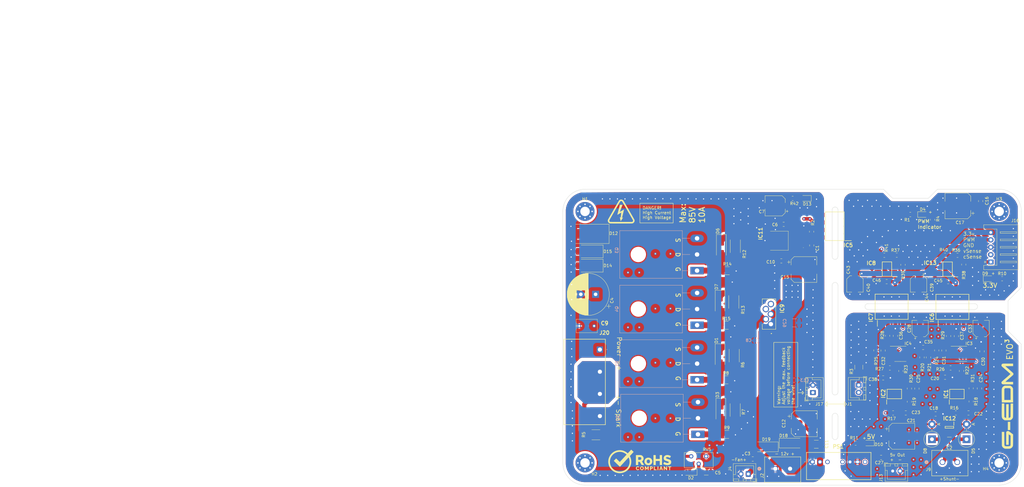
<source format=kicad_pcb>
(kicad_pcb (version 20221018) (generator pcbnew)
  (layers (0 "F.Cu" signal) (1 "In1.Cu" signal) (2 "In2.Cu" signal) (31 "B.Cu" signal) (34 "B.Paste" user) (35 "F.Paste" user) (36 "B.SilkS" user "B.Silkscreen") (37 "F.SilkS" user "F.Silkscreen") (38 "B.Mask" user) (39 "F.Mask" user) (44 "Edge.Cuts" user))
  (net 0 "")
  (net 1 "5v")
  (net 2 "+48V")
  (net 3 "spark-minus-to-drain")
  (net 4 "5v-optoout")
  (net 5 "Net-(D5-K)")
  (net 6 "Net-(D1-A)")
  (net 7 "Net-(D3-A)")
  (net 8 "Net-(D6-A)")
  (net 9 "Net-(D7-A)")
  (net 10 "Net-(D13-A)")
  (net 11 "12vpower")
  (net 12 "Net-(D8-K)")
  (net 14 "Net-(IC5-CATHODE)")
  (net 16 "Net-(D18-K)")
  (net 17 "GND2")
  (net 19 "ESP3.3v")
  (net 20 "ISO+5v")
  (net 21 "Net-(IC1-+IN)")
  (net 22 "Net-(IC2-+IN)")
  (net 23 "Net-(IC1-OUTPUT)")
  (net 24 "Net-(IC1--IN)")
  (net 25 "Net-(IC2-OUTPUT)")
  (net 26 "Net-(IC2--IN)")
  (net 27 "Net-(IC3-1IN-)")
  (net 28 "Net-(IC3-1OUT)")
  (net 29 "Net-(IC4-1IN-)")
  (net 30 "Net-(IC4-1OUT)")
  (net 31 "Net-(D4-A)")
  (net 32 "Net-(D9-A)")
  (net 33 "Net-(D10-A)")
  (net 40 "Net-(IC3-1IN+)")
  (net 41 "2.5V")
  (net 42 "Net-(IC3-2IN-)")
  (net 43 "Net-(IC4-1IN+)")
  (net 44 "Net-(IC4-2IN-)")
  (net 45 "Net-(IC6-LED_ANODE)")
  (net 48 "Net-(IC7-LED_ANODE)")
  (net 49 "Net-(IC7-PD2_ANODE)")
  (net 52 "Isolated-csense-out")
  (net 53 "Isolated-vsense-out")
  (net 57 "Gatedriverout")
  (net 58 "pwm-in")
  (net 59 "GND3")
  (net 60 "Net-(D2-K)")
  (net 61 "GND1")
  (net 62 "Net-(R5-Pad2)")
  (net 63 "Net-(IC12-OUT)")
  (net 64 "Net-(IC13-+IN)")
  (net 66 "Net-(IC8--IN)")
  (net 70 "Net-(IC13--IN)")
  (net 74 "Net-(J1-Pin_1)")
  (net 75 "Net-(J1-Pin_2)")
  (footprint "Resistor_SMD:R_0805_2012Metric_Pad1.20x1.40mm_HandSolder" (layer "F.Cu") (at 334.6348 164.3127 -90)
    (fp_text reference "R19")
    (fp_text value "RCC08051K00FKEA")
  )
  (footprint "Capacitor_SMD:C_0805_2012Metric_Pad1.18x1.45mm_HandSolder" (layer "F.Cu") (at 326.9625 123.75 180)
    (fp_text reference "C46")
    (fp_text value "08055C104K4T2A")
  )
  (footprint "Capacitor_SMD:C_0805_2012Metric_Pad1.18x1.45mm_HandSolder" (layer "F.Cu") (at 350.52 142.1599 90)
    (fp_text reference "C37")
    (fp_text value "08055C104K4T2A")
  )
  (footprint "Resistor_SMD:R_0805_2012Metric_Pad1.20x1.40mm_HandSolder" (layer "F.Cu") (at 346.72 114.8125 180)
    (fp_text reference "R40")
    (fp_text value "RK73H2ARTTD2002F")
  )
  (footprint "Capacitor_SMD:CP_Elec_5x5.4" (layer "F.Cu") (at 338.3 139.6 90)
    (fp_text reference "C28")
    (fp_text value "AVS476M16C12T-F")
  )
  (footprint "Capacitor_SMD:CP_Elec_8x10.5" (layer "F.Cu") (at 332.09 176)
    (fp_text reference "C21")
    (fp_text value "EEE-HAV221UAP")
  )
  (footprint "custom:SOIC127P600X175-8N" (layer "F.Cu") (at 350.713 161.718 90)
    (fp_text reference "IC1")
    (fp_text value "OPA350UA" hide)
  )
  (footprint "Resistor_SMD:R_2512_6332Metric_Pad1.40x3.35mm_HandSolder" (layer "F.Cu") (at 275.3078 130.598 90)
    (fp_text reference "R13")
    (fp_text value "RC2512JK-7W4R7L")
  )
  (footprint "Connector_JST:JST_XH_B2B-XH-A_1x02_P2.50mm_Vertical" (layer "F.Cu") (at 280.2 188.74 180)
    (fp_text reference "J4")
    (fp_text value "S2B-XH-A(LF)(SN)")
  )
  (footprint "graphics:gedm-logoa2" (layer "F.Cu") (at 367.494 165.65 90)
    (fp_text reference "G***" hide)
    (fp_text value "LOGO" hide)
  )
  (footprint "Resistor_SMD:R_0805_2012Metric_Pad1.20x1.40mm_HandSolder" (layer "F.Cu") (at 342.49 102.8 -90)
    (fp_text reference "R4")
    (fp_text value "ERJ-T06J221V")
  )
  (footprint "custom:SOP254P1016X460-8N" (layer "F.Cu") (at 309.435 105 180)
    (fp_text reference "IC5")
    (fp_text value "6N137S" hide)
  )
  (footprint "custom:SOP254P1230X400-8N" (layer "F.Cu") (at 349.189 132.254 90)
    (fp_text reference "IC6")
    (fp_text value "HCNR201-500E" hide)
  )
  (footprint "Resistor_SMD:R_1210_3225Metric" (layer "F.Cu") (at 272.923 175.387)
    (fp_text reference "R9")
    (fp_text value "RK73B2ETTD104J")
  )
  (footprint "Resistor_SMD:R_1812_4532Metric_Pad1.30x3.40mm_HandSolder" (layer "F.Cu") (at 228.675 175.514)
    (fp_text reference "R5")
    (fp_text value "ERJ-U12F1001U")
  )
  (footprint "Connector_JST:JST_XH_B2B-XH-A_1x02_P2.50mm_Vertical" (layer "F.Cu") (at 329 187.75)
    (fp_text reference "J13")
    (fp_text value "B2B-XH-A(LF)(SN)")
  )
  (footprint "MountingHole:MountingHole_3.2mm_M3_Pad_Via" (layer "F.Cu") (at 225 185)
    (fp_text reference "H2")
    (fp_text value "MountingHole")
  )
  (footprint "Capacitor_SMD:C_0805_2012Metric_Pad1.18x1.45mm_HandSolder" (layer "F.Cu") (at 292.1547 104.3432 180)
    (fp_text reference "C6")
    (fp_text value "08055C104K4T2A")
  )
  (footprint "Capacitor_SMD:C_0805_2012Metric_Pad1.18x1.45mm_HandSolder" (layer "F.Cu") (at 346.7139 156.05 180)
    (fp_text reference "C20")
    (fp_text value "08055C104K4T2A")
  )
  (footprint "Resistor_SMD:R_0805_2012Metric_Pad1.20x1.40mm_HandSolder" (layer "F.Cu") (at 326.17 114.816 180)
    (fp_text reference "R41")
    (fp_text value "RK73H2ARTTD2002F")
  )
  (footprint "MountingHole:MountingHole_3.2mm_M3_Pad_Via" (layer "F.Cu") (at 225 100)
    (fp_text reference "H1")
    (fp_text value "MountingHole")
  )
  (footprint "Capacitor_SMD:C_1210_3225Metric_Pad1.33x2.70mm_HandSolder" (layer "F.Cu") (at 348.1575 177.639 180)
    (fp_text reference "C2")
    (fp_text value "12107A101JAT2A")
  )
  (footprint "Capacitor_SMD:C_0805_2012Metric_Pad1.18x1.45mm_HandSolder" (layer "F.Cu") (at 346.3022 147.0075 90)
    (fp_text reference "C31")
    (fp_text value "C0805C101J5RACTU")
  )
  (footprint "Capacitor_SMD:C_0805_2012Metric_Pad1.18x1.45mm_HandSolder" (layer "F.Cu") (at 325.779 147.0169 90)
    (fp_text reference "C32")
    (fp_text value "C0805C101J5RACTU")
  )
  (footprint "Package_SO:SOP-8_3.9x4.9mm_P1.27mm" (layer "F.Cu") (at 331.5956 148.1544)
    (fp_text reference "IC4")
    (fp_text value "     LM358F-GE2 ")
  )
  (footprint "Resistor_SMD:R_2512_6332Metric_Pad1.40x3.35mm_HandSolder" (layer "F.Cu") (at 275.824 111.758 90)
    (fp_text reference "R12")
    (fp_text value "RC2512JK-7W4R7L")
  )
  (footprint "Resistor_SMD:R_0805_2012Metric_Pad1.20x1.40mm_HandSolder" (layer "F.Cu") (at 301.61 106.83 90)
    (fp_text reference "R2")
    (fp_text value "560112120004")
  )
  (footprint "Resistor_SMD:R_0805_2012Metric_Pad1.20x1.40mm_HandSolder" (layer "F.Cu") (at 343.8892 146.9766 -90)
    (fp_text reference "R24")
    (fp_text value "560112120013")
  )
  (footprint "Resistor_SMD:R_0805_2012Metric_Pad1.20x1.40mm_HandSolder" (layer "F.Cu") (at 295.18 95.57 180)
    (fp_text reference "R42")
    (fp_text value "RK73B2ATTD561J")
  )
  (footprint "custom:8000078309" (layer "F.Cu") (at 230.0224 146.685 -90)
    (fp_text reference "J20")
    (fp_text value "8000078309, 8000078355" hide)
  )
  (footprint "Resistor_SMD:R_0805_2012Metric_Pad1.20x1.40mm_HandSolder" (layer "F.Cu") (at 331.7646 153.9296 -90)
    (fp_text reference "R23")
    (fp_text value "560112120004")
  )
  (footprint "Resistor_SMD:R_0805_2012Metric_Pad1.20x1.40mm_HandSolder" (layer "F.Cu") (at 341.1 149.35 90)
    (fp_text reference "R21")
    (fp_text value "560112120004")
  )
  (footprint "Resistor_SMD:R_0805_2012Metric_Pad1.20x1.40mm_HandSolder" (layer "F.Cu") (at 366 122.75)
    (fp_text reference "R10")
    (fp_text value "ERJ-T06J221V")
  )
  (footprint "Capacitor_SMD:C_1206_3216Metric_Pad1.33x1.80mm_HandSolder" (layer "F.Cu") (at 265.98 188.2)
    (fp_text reference "C5")
    (fp_text value "DNP")
  )
  (footprint "Connector_JST:JST_XH_B2B-XH-A_1x02_P2.50mm_Vertical" (layer "F.Cu") (at 302.03 161.2246 90)
    (fp_text reference "J17")
    (fp_text value "B2B-XH-A(LF)(SN)")
  )
  (footprint "Diode_SMD:D_SMA_Handsoldering" (layer "F.Cu") (at 285.79 179.578 180)
    (fp_text reference "D19")
    (fp_text value "B360A-E3/61T")
  )
  (footprint "Capacitor_SMD:C_0805_2012Metric_Pad1.18x1.45mm_HandSolder" (layer "F.Cu") (at 343.5135 168.45)
    (fp_text reference "C18")
    (fp_text value "08055C104K4T2A")
  )
  (footprint "Resistor_SMD:R_0805_2012Metric_Pad1.20x1.40mm_HandSolder" (layer "F.Cu") (at 350.92 114.8225 180)
    (fp_text reference "R36")
    (fp_text value "RK73H2ARTTD2002F")
  )
  (footprint "Capacitor_SMD:CP_Elec_8x10.5" (layer "F.Cu") (at 351.05 98.125 180)
    (fp_text reference "C17")
    (fp_text value "EEE-HAV221UAP")
  )
  (footprint "custom:SOT95P280X145-5N" (layer "F.Cu") (at 348.18 172.96 -90)
    (fp_text reference "IC12")
    (fp_text value "INA293B3" hide)
  )
  (footprint "custom:FKP2G011001D00KI00" (layer "F.Cu") (at 225.58 138.7094)
    (fp_text reference "C9")
    (fp_text value "FKP2F004701D00JSSD" hide)
  )
  (footprint "Capacitor_SMD:CP_Elec_8x10.5" (layer "F.Cu") (at 299.01 119.63)
    (fp_text reference "C15")
    (fp_text value "EEE-HAV221UAP")
  )
  (footprint "Resistor_SMD:R_0805_2012Metric_Pad1.20x1.40mm_HandSolder" (layer "F.Cu") (at 347.9038 142.1224 -90)
    (fp_text reference "R29")
    (fp_text value "560112120015")
  )
  (footprint "Resistor_SMD:R_0805_2012Metric_Pad1.20x1.40mm_HandSolder" (layer "F.Cu") (at 353.021 117.9625 -90)
    (fp_text reference "R38")
    (fp_text value "560112120013")
  )
  (footprint "Package_SO:SOP-8_3.9x4.9mm_P1.27mm" (layer "F.Cu") (at 352.1442 148.129)
    (fp_text reference "IC3")
    (fp_text value "     LM358F-GE2 ")
  )
  (footprint "Capacitor_SMD:C_0805_2012Metric_Pad1.18x1.45mm_HandSolder" (layer "F.Cu") (at 325.0875 183.15 180)
    (fp_text reference "C27")
    (fp_text value "08055C104K4T2A")
  )
  (footprint "LED_SMD:LED_0805_2012Metric_Pad1.15x1.40mm_HandSolder" (layer "F.Cu") (at 320.92 178.294 180)
    (fp_text reference "D10")
    (fp_text value "SM0805UGC")
  )
  (footprint "custom:MJD1221G" (layer "F.Cu") (at 295.0096 109.9058)
    (fp_text reference "IC11")
    (fp_text value "MC7805CDTRKG" hide)
  )
  (footprint "Resistor_SMD:R_0805_2012Metric_Pad1.20x1.40mm_HandSolder" (layer "F.Cu") (at 327.3 142.0208 -90)
    (fp_text reference "R28")
    (fp_text value "560112120015")
  )
  (footprint "Diode_SMD:D_SMA_Handsoldering" (layer "F.Cu") (at 271.0742 112.302 -90)
    (fp_text reference "D6")
    (fp_text value "B360A-E3/61T")
  )
  (footprint "graphics:warning-high-voltage-10mm" (layer "F.Cu") (at 237.49 99.822)
    (fp_text reference "G***" hide)
    (fp_text value "LOGO" hide)
  )
  (footprint "Diode_SMD:D_SMB_Handsoldering" (layer "F.Cu") (at 226.3902 118.3386 180)
    (fp_text reference "D14")
    (fp_text value "SMBJ5378B-TP")
  )
  (footprint "Resistor_SMD:R_0805_2012Metric_Pad1.20x1.40mm_HandSolder" (layer "F.Cu") (at 328.0468 152.9042 180)
    (fp_text reference "R27")
    (fp_text value "RCC08054K70FKEA")
  )
  (footprint "Capacitor_SMD:C_0805_2012Metric_Pad1.18x1.45mm_HandSolder" (layer "F.Cu") (at 325.7875 156.25)
    (fp_text reference "C38")
    (fp_text value "08055C104K4T2A")
  )
  (footprint "custom:IXDI609CI" (layer "F.Cu") (at 287.831 138.0962 90)
    (fp_text reference "IC9")
    (fp_text value "IXDI609CI" hide)
  )
  (footprint "Resistor_SMD:R_1210_3225Metric" (layer "F.Cu") (at 317.575 152.6421 -90)
    (fp_text reference "R3")
    (fp_text value "CRCW12101K00JNEAIF")
  )
  (footprint "Resistor_SMD:R_0805_2012Metric_Pad1.20x1.40mm_HandSolder" (layer "F.Cu") (at 350.35 168.1)
    (fp_text reference "R16")
    (fp_text value "RCC08051K00FKEA")
  )
  (footprint "Diode_SMD:D_SMA_Handsoldering" (layer "F.Cu") (at 270.6342 131.1802 -90)
    (fp_text reference "D7")
    (fp_text value "B360A-E3/61T")
  )
  (footprint "Capacitor_SMD:C_0805_2012Metric_Pad1.18x1.45mm_HandSolder" (layer "F.Cu") (at 337.1748 159.8892 -90)
    (fp_text reference "C25")
    (fp_text value "DNP")
  )
  (footprint "Capacitor_SMD:C_0805_2012Metric_Pad1.18x1.45mm_HandSolder" (layer "F.Cu") (at 359.2 147.3 -90)
    (fp_text reference "C30")
    (fp_text value "08055C104K4T2A")
  )
  (footprint "Resistor_SMD:R_0805_2012Metric_Pad1.20x1.40mm_HandSolder" (layer "F.Cu") (at 352.2878 153.9202 -90)
    (fp_text reference "R22")
    (fp_text value "560112120004")
  )
  (footprint "Resistor_SMD:R_0805_2012Metric_Pad1.20x1.40mm_HandSolder" (layer "F.Cu") (at 334.6348 159.8677 -90)
    (fp_text reference "R30")
    (fp_text value "RCC08050000Z0EA")
  )
  (footprint "Capacitor_SMD:C_0805_2012Metric_Pad1.18x1.45mm_HandSolder" (layer "F.Cu") (at 321.1 122.2875 -90)
    (fp_text reference "C40")
    (fp_text value "08055C104K4T2A")
  )
  (footprint "Capacitor_SMD:C_0805_2012Metric_Pad1.18x1.45mm_HandSolder" (layer "F.Cu") (at 358.75 96.5 90)
    (fp_text reference "C16")
    (fp_text value "08055C104K4T2A")
  )
  (footprint "Capacitor_SMD:C_0805_2012Metric_Pad1.18x1.45mm_HandSolder" (layer "F.Cu") (at 329.9206 142.0583 90)
    (fp_text reference "C36")
    (fp_text value "08055C104K4T2A")
  )
  (footprint "Connector_JST:JST_XH_S5B-XH-A_1x05_P2.50mm_Horizontal" (layer "F.Cu") (at 362.15 117.1 90)
    (fp_text reference "J16")
    (fp_text value "S5B-XH-A(LF)(SN)")
  )
  (footprint "Resistor_SMD:R_0805_2012Metric_Pad1.20x1.40mm_HandSolder" (layer "F.Cu") (at 355.539 159.797 -90)
    (fp_text reference "R31")
    (fp_text value "RCC08050000Z0EA")
  )
  (footprint "Diode_THT:D_DO-201_P5.08mm_Vertical_AnodeUp" (layer "F.Cu") (at 342.277 177.004 90)
    (fp_text reference "D8")
    (fp_text value "1N5378B")
  )
  (footprint "Capacitor_SMD:C_1210_3225Metric_Pad1.33x2.70mm_HandSolder" (layer "F.Cu") (at 303.1744 178.689)
    (fp_text reference "C11")
    (fp_text value "GRM32RR71H105KA01K")
  )
  (footprint "Resistor_SMD:R_1210_3225Metric" (layer "F.Cu") (at 272.669 156.94225)
    (fp_text reference "R8")
    (fp_text value "RK73B2ETTD104J")
  )
  (footprint "LED_SMD:LED_0805_2012Metric_Pad1.15x1.40mm_HandSolder" (layer "F.Cu") (at 339.285 101.04)
    (fp_text reference "D4")
    (fp_text value "APT2012LVBC/D ")
  )
  (footprint "Diode_SMD:D_SMA_Handsoldering" (layer "F.Cu") (at 270.9192 167.6992 -90)
    (fp_text reference "D3")
    (fp_text value "B360A-E3/61T")
  )
  (footprint "custom:SOIC127P600X175-8N" (layer "F.Cu") (at 347.56 119.5235 180)
    (fp_text reference "IC13")
    (fp_text value "OPA350UA" hide)
  )
  (footprint "custom:CONN2_796643-2_TEC" (layer "F.Cu") (at 345.833 184.766)
    (fp_text reference "J9")
    (fp_text value "1776138-2, 796641-2")
  )
  (footprint "Capacitor_SMD:C_0805_2012Metric_Pad1.18x1.45mm_HandSolder" (layer "F.Cu") (at 301.64 111.4875 -90)
    (fp_text reference "C1")
    (fp_text value "08055C104K4T2A")
  )
  (footprint "Diode_SMD:D_SMB_Handsoldering" (layer "F.Cu") (at 226.3902 113.5126 180)
    (fp_text reference "D15")
    (fp_text value "SMBJ5378B-TP")
  )
  (footprint "Capacitor_SMD:C_0805_2012Metric_Pad1.18x1.45mm_HandSolder" (layer "F.Cu") (at 333.4266 168.0934)
    (fp_text reference "C23")
    (fp_text value "C0805C101J5RACTU")
  )
  (footprint "Resistor_SMD:R_1210_3225Metric" (layer "F.Cu") (at 272.7345 138.51005)
    (fp_text reference "R15")
    (fp_text value "RK73B2ETTD104J")
  )
  (footprint "custom:SOP254P1230X400-8N" (layer "F.Cu") (at 328.6404 132.217 90)
    (fp_text reference "IC7")
    (fp_text value "HCNR201-500E" hide)
  )
  (footprint "Diode_SMD:D_SMA_Handsoldering" (layer "F.Cu") (at 270.6342 149.2746 -90)
    (fp_text reference "D1")
    (fp_text value "B360A-E3/61T")
  )
  (footprint "Capacitor_SMD:CP_Elec_8x10.5" (layer "F.Cu") (at 299.1104 171.7548)
    (fp_text reference "C12")
    (fp_text value "EEE-HAV221UAP")
  )
  (footprint "MountingHole:MountingHole_3.2mm_M3_Pad_Via" (layer "F.Cu") (at 365 100)
    (fp_text reference "H3")
    (fp_text value "MountingHole_Pad")
  )
  (footprint "Capacitor_SMD:CP_Elec_6.3x7.7" (layer "F.Cu") (at 289.27 98.11 180)
    (fp_text reference "C7")
    (fp_text value "EEE-HAC221XAP")
  )
  (footprint "Diode_SMD:D_SMC_Handsoldering" (layer "F.Cu") (at 226.2124 107.5944 180)
    (fp_text reference "D12")
    (fp_text value "MB520_R1_00001")
  )
  (footprint "Capacitor_SMD:C_0805_2012Metric_Pad1.18x1.45mm_HandSolder" (layer "F.Cu") (at 347.75 123.75 180)
    (fp_text reference "C45")
    (fp_text value "08055C104K4T2A")
  )
  (footprint "Resistor_SMD:R_0805_2012Metric_Pad1.20x1.40mm_HandSolder" (layer "F.Cu") (at 355.539 164.242 -90)
    (fp_text reference "R18")
    (fp_text value "RCC08051K00FKEA")
  )
  (footprint "Capacitor_SMD:C_0805_2012Metric_Pad1.18x1.45mm_HandSolder" (layer "F.Cu") (at 281.7 183.68)
    (fp_text reference "C3")
    (fp_text value "08055C104K4T2A")
  )
  (footprint "Capacitor_THT:CP_Radial_D14.0mm_P5.00mm" (layer "F.Cu") (at 228.5746 128.016 180)
    (fp_text reference "C4")
    (fp_text value "DNP")
  )
  (footprint "Capacitor_SMD:CP_Elec_5x5.4" (layer "F.Cu") (at 358.9 139.6 90)
    (fp_text reference "C33")
    (fp_text value "AVS476M16C12T-F")
  )
  (footprint "Resistor_SMD:R_0805_2012Metric_Pad1.20x1.40mm_HandSolder" (layer "F.Cu") (at 330.38 114.786 180)
    (fp_text reference "R37")
    (fp_text value "RK73H2ARTTD2002F")
  )
  (footprint "Resistor_SMD:R_0805_2012Metric_Pad1.20x1.40mm_HandSolder" (layer "F.Cu") (at 316.475 178.294 180)
    (fp_text reference "R11")
    (fp_text value "RK73B2ATTD561J")
  )
  (footprint "Diode_SMD:D_SMA_Handsoldering" (layer "F.Cu") (at 295.188 178.308)
    (fp_text reference "D18")
    (fp_text value "B360A-E3/61T")
  )
  (footprint "Capacitor_SMD:C_0805_2012Metric_Pad1.18x1.45mm_HandSolder" (layer "F.Cu") (at 291.3575 116.7 180)
    (fp_text reference "C10")
    (fp_text value "08055C104K4T2A")
  )
  (footprint "Connector_JST:JST_XH_B2B-XH-A_1x02_P2.50mm_Vertical" (layer "F.Cu") (at 317.49 158.6846 -90)
    (fp_text reference "J1")
    (fp_text value "B2B-XH-A(LF)(SN)")
  )
  (footprint "LED_SMD:LED_0805_2012Metric_Pad1.15x1.40mm_HandSolder" (layer "F.Cu") (at 361.475 122.75)
    (fp_text reference "D9")
    (fp_text value "SM0805UGC")
  )
  (footprint "Capacitor_SMD:C_0805_2012Metric_Pad1.18x1.45mm_HandSolder" (layer "F.Cu") (at 341.75 122.2875 -90)
    (fp_text reference "C39")
    (fp_text value "08055C104K4T2A")
  )
  (footprint "Diode_SMD:D_SOD-123F" (layer "F.Cu") (at 260.66 188.17 180)
    (fp_text reference "D2")
    (fp_text value "DNP")
  )
  (footprint "Resistor_SMD:R_2512_6332Metric_Pad1.40x3.35mm_HandSolder" (layer "F.Cu") (at 275.4094 148.7432 90)
    (fp_text reference "R6")
    (fp_text value "RC2512JK-7W4R7L")
  )
  (footprint "Resistor_SMD:R_1210_3225Metric" (layer "F.Cu") (at 273.1155 120.05665)
    (fp_text reference "R14")
    (fp_text value "RK73B2ETTD104J")
  )
  (footprint "Capacitor_SMD:C_0805_2012Metric_Pad1.18x1.45mm_HandSolder" (layer "F.Cu") (at 354.6266 168.1)
    (fp_text reference "C22")
    (fp_text value "C0805C101J5RACTU")
  )
  (footprint "Potentiometer_THT:Potentiometer_Bourns_3296Y_Vertical" (layer "F.Cu") (at 265.97 182.775)
    (fp_text reference "RV5")
    (fp_text value "3296Y-1-103LF")
  )
  (footprint "Capacitor_SMD:CP_Elec_5x5.4" (layer "F.Cu") (at 337.75 124.5 -90)
    (fp_text reference "C44")
    (fp_text value "AVS476M16C12T-F")
  )
  (footprint "Resistor_SMD:R_0805_2012Metric_Pad1.20x1.40mm_HandSolder" (layer "F.Cu") (at 334.96 101.04)
    (fp_text reference "R1")
    (fp_text value "560112120015")
  )
  (footprint "custom:RS3K2405SZH3" (layer "F.Cu") (at 301.88 184.67)
    (fp_text reference "PS1")
    (fp_text value "     RS3K-2405SZ/H3 " hide)
  )
  (footprint "Capacitor_SMD:C_0805_2012Metric_Pad1.18x1.45mm_HandSolder" (layer "F.Cu") (at 358.333 159.8345 -90)
    (fp_text reference "C24")
    (fp_text value "DNP")
  )
  (footprint "LED_SMD:LED_0805_2012Metric_Pad1.15x1.40mm_HandSolder" (layer "F.Cu") (at 299.5875 95.57 180)
    (fp_text reference "D13")
    (fp_text value "SM0805UGC")
  )
  (footprint "Resistor_SMD:R_0805_2012Metric_Pad1.20x1.40mm_HandSolder" (layer "F.Cu") (at 338.9 149.35 -90)
    (fp_text reference "R20")
    (fp_text value "560112120004")
  )
  (footprint "Resistor_SMD:R_0805_2012Metric_Pad1.20x1.40mm_HandSolder" (layer "F.Cu") (at 348.57 152.8948 180)
    (fp_text reference "R26")
    (fp_text value "RCC08054K70FKEA")
  )
  (footprint "Diode_THT:D_DO-201_P5.08mm_Vertical_AnodeUp" (layer "F.Cu") (at 353.961 177.004 90)
    (fp_text reference "D5")
    (fp_text value "1N5378B")
  )
  (footprint "Resistor_SMD:R_0805_2012Metric_Pad1.20x1.40mm_HandSolder" (layer "F.Cu") (at 329.15 168.0934)
    (fp_text reference "R17")
    (fp_text value "RCC08051K00FKEA")
  )
  (footprint "Resistor_SMD:R_2512_6332Metric_Pad1.40x3.35mm_HandSolder" (layer "F.Cu") (at 275.7452 167.13 90)
    (fp_text reference "R7")
    (fp_text value "RC2512JK-7W4R7L")
  )
  (footprint "MountingHole:MountingHole_3.2mm_M3_Pad_Via" (layer "F.Cu") (at 365 185)
    (fp_text reference "H4")
    (fp_text value "MountingHole")
  )
  (footprint "Capacitor_SMD:C_0805_2012Metric_Pad1.18x1.45mm_HandSolder" (layer "F.Cu") (at 339.3 145.95 180)
    (fp_text reference "C35")
    (fp_text value "08055C104K4T2A")
  )
  (footprint "Resistor_SMD:R_0805_2012Metric_Pad1.20x1.40mm_HandSolder" (layer "F.Cu") (at 323.366 146.986 -90)
    (fp_text reference "R25")
    (fp_text value "560112120013")
  )
  (footprint "custom:CONN2_796643-2_TEC" (layer "F.Cu") (at 289.3149 186.9725)
    (fp_text reference "J2")
    (fp_text value "1776138-2 and 796641-2")
  )
  (footprint "custom:SOIC127P600X175-8N" (layer "F.Cu") (at 329.5548 161.7112 90)
    (fp_text reference "IC2")
    (fp_text value "OPA350UA" hide)
  )
  (footprint "Resistor_SMD:R_0805_2012Metric_Pad1.20x1.40mm_HandSolder" (layer "F.Cu") (at 332.5 118.036 -90)
    (fp_text reference "R39")
    (fp_text value "560112120013")
  )
  (footprint "custom:SOIC127P600X175-8N" (layer "F.Cu") (at 327.0714 119.5 180)
    (fp_text reference "IC8")
    (fp_text value "OPA350UA" hide)
  )
  (footprint "graphics:rohs" (layer "F.Cu") (at 243.5 184.5)
    (fp_text reference "G***" hide)
    (fp_text value "LOGO" hide)
  )
  (footprint "Capacitor_SMD:CP_Elec_5x5.4" (layer "F.Cu") (at 316.25 124.5 -90)
    (fp_text reference "C43")
    (fp_text value "AVS476M16C12T-F")
  )
  (footprint "Package_TO_SOT_THT:TO-247-3_Horizontal_TabUp" (layer "B.Cu") (at 262.87 120 90)
    (fp_text reference "Q3")
    (fp_text value "IRFP260NPBF")
  )
  (footprint "Capacitor_SMD:C_1210_3225Metric_Pad1.33x2.70mm_HandSolder" (layer "B.Cu") (at 295.78 137.68)
    (fp_text reference "C29")
    (fp_text value "GRM32RR71H105KA01K")
  )
  (footprint "Package_TO_SOT_THT:TO-247-3_Horizontal_TabUp" (layer "B.Cu") (at 263.175 175.35 90)
    (fp_text reference "Q2")
    (fp_text value "IRFP260NPBF")
  )
  (footprint "Package_TO_SOT_THT:TO-247-3_Horizontal_TabUp" (layer "B.Cu") (at 262.89 138.45 90)
    (fp_text reference "Q4")
    (fp_text value "IRFP260NPBF")
  )
  (footprint "Capacitor_SMD:C_0805_2012Metric_Pad1.18x1.45mm_HandSolder" (layer "B.Cu") (at 283.3116 143.637 180)
    (fp_text reference "C8")
    (fp_text value "08055C104K4T2A")
  )
  (footprint "Package_TO_SOT_THT:TO-247-3_Horizontal_TabUp" (layer "B.Cu") (at 262.89 156.9 90)
    (fp_text reference "Q1")
    (fp_text value "IRFP260NPBF")
  )
  (footprint "Capacitor_SMD:C_0805_2012Metric_Pad1.18x1.45mm_HandSolder" (layer "B.Cu") (at 295.6306 157.0482)
    (fp_text reference "C13")
    (fp_text value "08055C104K4T2A")
  )
  (gr_rect (start 243.5555 97.2442) (end 254.7925 103.886) (stroke (width 0.15)) (fill none) (layer "F.SilkS"))
  (gr_line (start 298.45 160.782) (end 298.45 161.798) (stroke (width 0.15)) (layer "F.SilkS"))
  (gr_line (start 313.436 165.1) (end 312.674 164.338) (stroke (width 0.15)) (layer "F.SilkS"))
  (gr_line (start 306.07 165.1) (end 306.832 164.338) (stroke (width 0.15)) (layer "F.SilkS"))
  (gr_line (start 296.926 161.29) (end 298.45 161.29) (stroke (width 0.15)) (layer "F.SilkS"))
  (gr_line (start 312.674 165.862) (end 313.436 165.1) (stroke (width 0.15)) (layer "F.SilkS"))
  (gr_line (start 306.832 165.1) (end 312.674 165.1) (stroke (width 0.15)) (layer "F.SilkS"))
  (gr_rect (start 288.798 144.272) (end 296.926 166.116) (stroke (width 0.15)) (fill none) (layer "F.SilkS"))
  (gr_line (start 306.832 164.338) (end 306.832 165.862) (stroke (width 0.15)) (layer "F.SilkS"))
  (gr_line (start 298.45 161.798) (end 298.958 161.29) (stroke (width 0.15)) (layer "F.SilkS"))
  (gr_line (start 298.958 161.29) (end 298.45 160.782) (stroke (width 0.15)) (layer "F.SilkS"))
  (gr_line (start 306.832 165.862) (end 306.07 165.1) (stroke (width 0.15)) (layer "F.SilkS"))
  (gr_line (start 312.674 164.338) (end 312.674 165.862) (stroke (width 0.15)) (layer "F.SilkS"))
  (gr_line (start 217.5 185) (end 217.5 100) (stroke (width 0.1)) (layer "Edge.Cuts"))
  (gr_line (start 308.515873 169.241) (end 308.515873 176.126) (stroke (width 0.1)) (layer "Edge.Cuts"))
  (gr_arc (start 217.5 100) (mid 219.696699 94.696699) (end 225 92.5) (stroke (width 0.1)) (layer "Edge.Cuts"))
  (gr_line (start 308.515873 125) (end 308.515873 161.05) (stroke (width 0.1)) (layer "Edge.Cuts"))
  (gr_line (start 365 192.5) (end 225 192.5) (stroke (width 0.1)) (layer "Edge.Cuts"))
  (gr_line (start 325.9074 92.5) (end 328.9876 95.5802) (stroke (width 0.1)) (layer "Edge.Cuts"))
  (gr_arc (start 356.6814 131.154) (mid 357.681527 132.154127) (end 356.6814 133.154254) (stroke (width 0.1)) (layer "Edge.Cuts"))
  (gr_arc (start 225 192.5) (mid 219.696699 190.303301) (end 217.5 185) (stroke (width 0.1)) (layer "Edge.Cuts"))
  (gr_line (start 310.516127 169.241) (end 310.516127 176.126) (stroke (width 0.1)) (layer "Edge.Cuts"))
  (gr_line (start 320.6314 133.158254) (end 356.6814 133.158254) (stroke (width 0.1)) (layer "Edge.Cuts"))
  (gr_line (start 328.9876 95.5802) (end 341.0458 95.5802) (stroke (width 0.1)) (layer "Edge.Cuts"))
  (gr_arc (start 365 92.5) (mid 370.303301 94.696699) (end 372.5 100) (stroke (width 0.1)) (layer "Edge.Cuts"))
  (gr_arc (start 320.6314 133.158254) (mid 319.631273 132.158127) (end 320.6314 131.158) (stroke (width 0.1)) (layer "Edge.Cuts"))
  (gr_arc (start 310.520127 161.05) (mid 309.52 162.050127) (end 308.519873 161.05) (stroke (width 0.1)) (layer "Edge.Cuts"))
  (gr_arc (start 310.516127 176.126) (mid 309.516 177.126127) (end 308.515873 176.126) (stroke (width 0.1)) (layer "Edge.Cuts"))
  (gr_arc (start 310.516127 115.208873) (mid 309.516 116.209) (end 308.515873 115.208873) (stroke (width 0.1)) (layer "Edge.Cuts"))
  (gr_line (start 225 92.5) (end 325.9074 92.5) (stroke (width 0.1)) (layer "Edge.Cuts"))
  (gr_arc (start 372.5 185) (mid 370.303301 190.303301) (end 365 192.5) (stroke (width 0.1)) (layer "Edge.Cuts"))
  (gr_arc (start 309.516 98.499873) (mid 310.223197 98.792803) (end 310.516127 99.5) (stroke (width 0.1)) (layer "Edge.Cuts"))
  (gr_line (start 356.6814 131.154) (end 320.6314 131.154) (stroke (width 0.1)) (layer "Edge.Cuts"))
  (gr_arc (start 308.515873 99.5) (mid 308.808803 98.792803) (end 309.516 98.499873) (stroke (width 0.1)) (layer "Edge.Cuts"))
  (gr_line (start 372.499673 125.670327) (end 367.99 130.18) (stroke (width 0.1)) (layer "Edge.Cuts"))
  (gr_line (start 372.5 100) (end 372.5 125.67) (stroke (width 0.1)) (layer "Edge.Cuts"))
  (gr_line (start 372.5 185) (end 372.5 144.9) (stroke (width 0.1)) (layer "Edge.Cuts"))
  (gr_arc (start 308.515873 169.241) (mid 309.516 168.240873) (end 310.516127 169.241) (stroke (width 0.1)) (layer "Edge.Cuts"))
  (gr_line (start 367.99 130.18) (end 367.99 140.39) (stroke (width 0.1)) (layer "Edge.Cuts"))
  (gr_arc (start 308.515873 125) (mid 309.516 123.999873) (end 310.516127 125) (stroke (width 0.1)) (layer "Edge.Cuts"))
  (gr_line (start 367.99 140.39) (end 372.500055 144.900055) (stroke (width 0.1)) (layer "Edge.Cuts"))
  (gr_line (start 308.515873 115.208873) (end 308.515873 99.5) (stroke (width 0.1)) (layer "Edge.Cuts"))
  (gr_line (start 344.126 92.5) (end 365 92.5) (stroke (width 0.1)) (layer "Edge.Cuts"))
  (gr_line (start 310.520127 161.05) (end 310.520127 125) (stroke (width 0.1)) (layer "Edge.Cuts"))
  (gr_line (start 341.0458 95.5802) (end 344.126 92.5) (stroke (width 0.1)) (layer "Edge.Cuts"))
  (gr_line (start 310.516127 99.5) (end 310.516127 115.208873) (stroke (width 0.1)) (layer "Edge.Cuts"))
  (gr_text "-Fan+" (at 277 184.5) (layer "F.SilkS") (effects (font (size 1 1)) (justify bottom)))
  (gr_text "Warning:\nAdjust the max. feedback\nvoltage before connecting\nthe wire! " (at 295.91 165.354 90) (layer "F.SilkS") (effects (font (size 1 1)) (justify left bottom)))
  (gr_text "S   D   G" (at 255.49 108.82 -90) (layer "F.SilkS") (effects (font (size 1.5 1.5) (thickness 0.25) bold) (justify left bottom)))
  (gr_text "- 12v +" (at 292.5 182.5) (layer "F.SilkS") (effects (font (size 1 1)) (justify bottom)))
  (gr_text "3.3V" (at 359.3 125.9) (layer "F.SilkS") (effects (font (size 1.5 1.5) (thickness 0.25) bold) (justify left bottom)))
  (gr_text "S   D   G" (at 255.48 164.46 -90) (layer "F.SilkS") (effects (font (size 1.5 1.5) (thickness 0.25) bold) (justify left bottom)))
  (gr_text "+" (at 341.03 100.78) (layer "F.SilkS") (effects (font (size 1 1)) (justify left bottom)))
  (gr_text "5v Out\n+  -" (at 328 184.5) (layer "F.SilkS") (effects (font (size 1 1)) (justify left bottom)))
  (gr_text "EVO³" (at 369.78 150.41 90) (layer "F.SilkS") (effects (font (size 2 2) (thickness 0.3)) (justify left bottom)))
  (gr_text "+Shunt-" (at 344.75 191) (layer "F.SilkS") (effects (font (size 1 1)) (justify left bottom)))
  (gr_text "PWM\nIndicator" (at 337.36 105.96) (layer "F.SilkS") (effects (font (size 1.2 1.2) (thickness 0.2) bold) (justify left bottom)))
  (gr_text "3.3v\nPWM\nGND\nvSense\ncSense" (at 352.75 116.0272) (layer "F.SilkS") (effects (font (size 1.2 1.2)) (justify left bottom)))
  (gr_text "+- Spark" (at 235.458 161.798 270) (layer "F.SilkS") (effects (font (size 1.5 1.5) (thickness 0.2)) (justify left bottom)))
  (gr_text "DANGER!\nHigh Current\nHigh Voltage" (at 244.3825 102.6401) (layer "F.SilkS") (effects (font (size 1 1)) (justify left bottom)))
  (gr_text "S   D   G" (at 255.53 145.72 -90) (layer "F.SilkS") (effects (font (size 1.5 1.5) (thickness 0.25) bold) (justify left bottom)))
  (gr_text "+" (at 318.725 177.175) (layer "F.SilkS") (effects (font (size 1 1)) (justify left bottom)))
  (gr_text "5V" (at 323.175 177.025) (layer "F.SilkS") (effects (font (size 1.5 1.5) (thickness 0.25) bold) (justify right bottom)))
  (gr_text "S   D   G" (at 255.53 127.41 -90) (layer "F.SilkS") (effects (font (size 1.5 1.5) (thickness 0.25) bold) (justify left bottom)))
  (gr_text "Max: \n85V \n10A" (at 265.684 104.14 90) (layer "F.SilkS") (effects (font (size 2 2) (thickness 0.3)) (justify left bottom)))
  (gr_text "Power -+" (at 235.712 142.24 270) (layer "F.SilkS") (effects (font (size 1.5 1.5) (thickness 0.2)) (justify left bottom)))
  (gr_text "+" (at 362.25 121.5) (layer "F.SilkS") (effects (font (size 1 1)) (justify left bottom)))
  (segment (start 228.3022 161.664) (end 224.7646 165.2016) (width 1.4) (layer "F.Cu") (net 2))
  (segment (start 224.7646 165.2016) (end 224.7646 173.8286) (width 1.4) (layer "F.Cu") (net 2))
  (segment (start 229.7684 161.664) (end 228.3022 161.664) (width 1.4) (layer "F.Cu") (net 2))
  (segment (start 224.7646 173.8286) (end 226.45 175.514) (width 1.4) (layer "F.Cu") (net 2))
  (segment (start 301.61 105.01) (end 302.89 103.73) (width 1.2) (layer "F.Cu") (net 4))
  (segment (start 301 102.5) (end 299 102.5) (width 1.2) (layer "F.Cu") (net 4))
  (segment (start 301 102.5) (end 302.23 103.73) (width 1.2) (layer "F.Cu") (net 4))
  (segment (start 302.89 103.73) (end 304.885 103.73) (width 1.2) (layer "F.Cu") (net 4))
  (segment (start 301.61 105.83) (end 301.61 105.01) (width 1.2) (layer "F.Cu") (net 4))
  (segment (start 302.23 103.73) (end 304.885 103.73) (width 1.2) (layer "F.Cu") (net 4))
  (via (at 301 102.5) (size 0.8) (drill 0.4) (layers "F.Cu" "B.Cu") (net 4))
  (via (at 299 102.5) (size 0.8) (drill 0.4) (layers "F.Cu" "B.Cu") (net 4))
  (segment (start 350.355 177.004) (end 349.72 177.639) (width 1.2) (layer "F.Cu") (net 5))
  (segment (start 349.13 174.21) (end 349.72 174.8) (width 0.6) (layer "F.Cu") (net 5))
  (segment (start 349.72 183.653) (end 350.833 184.766) (width 1.2) (layer "F.Cu") (net 5))
  (segment (start 353.961 177.004) (end 350.355 177.004) (width 1.2) (layer "F.Cu") (net 5))
  (segment (start 349.72 177.639) (end 349.72 183.653) (width 1.2) (layer "F.Cu") (net 5))
  (segment (start 349.72 174.8) (end 349.72 177.639) (width 0.6) (layer "F.Cu") (net 5))
  (segment (start 270.77875 156.9) (end 270.821 156.94225) (width 2) (layer "F.Cu") (net 6))
  (segment (start 270.6342 153.9268) (end 270.6342 151.7746) (width 2) (layer "F.Cu") (net 6))
  (segment (start 275.3908 151.7746) (end 275.4094 151.7932) (width 2) (layer "F.Cu") (net 6))
  (segment (start 270.6342 151.7746) (end 273.05 151.7746) (width 2) (layer "F.Cu") (net 6))
  (segment (start 272.7864 151.7746) (end 273.05 151.7746) (width 2) (layer "F.Cu") (net 6))
  (segment (start 267.661 156.9) (end 272.7864 151.7746) (width 2) (layer "F.Cu") (net 6))
  (segment (start 270.821 156.94225) (end 270.821 151.9614) (width 2) (layer "F.Cu") (net 6))
  (segment (start 262.89 156.9) (end 267.661 156.9) (width 2) (layer "F.Cu") (net 6))
  (segment (start 273.05 151.7746) (end 275.3908 151.7746) (width 2) (layer "F.Cu") (net 6))
  (segment (start 267.661 156.9) (end 270.6342 153.9268) (width 2) (layer "F.Cu") (net 6))
  (segment (start 270.821 151.9614) (end 270.6342 151.7746) (width 2) (layer "F.Cu") (net 6))
  (segment (start 267.661 156.9) (end 270.77875 156.9) (width 2) (layer "F.Cu") (net 6))
  (segment (start 271.1421 175.41765) (end 271.1421 170.4221) (width 2) (layer "F.Cu") (net 7))
  (segment (start 270.9192 170.1992) (end 273.685 170.1992) (width 2) (layer "F.Cu") (net 7))
  (segment (start 271.1421 170.4221) (end 270.9192 170.1992) (width 2) (layer "F.Cu") (net 7))
  (segment (start 268.261 175.35) (end 273.4118 170.1992) (width 2) (layer "F.Cu") (net 7))
  (segment (start 263.175 175.35) (end 268.261 175.35) (width 2) (layer "F.Cu") (net 7))
  (segment (start 268.261 175.35) (end 271.07445 175.35) (width 2) (layer "F.Cu") (net 7))
  (segment (start 273.685 170.1992) (end 275.625 170.1992) (width 2) (layer "F.Cu") (net 7))
  (segment (start 271.07445 175.35) (end 271.1421 175.41765) (width 2) (layer "F.Cu") (net 7))
  (segment (start 273.4118 170.1992) (end 273.685 170.1992) (width 2) (layer "F.Cu") (net 7))
  (segment (start 270.9192 172.6918) (end 270.9192 170.1992) (width 2) (layer "F.Cu") (net 7))
  (segment (start 268.261 175.35) (end 270.9192 172.6918) (width 2) (layer "F.Cu") (net 7))
  (segment (start 273 114.802) (end 275.818 114.802) (width 2) (layer "F.Cu") (net 8))
  (segment (start 268 120) (end 269 119) (width 2) (layer "F.Cu") (net 8))
  (segment (start 273 115) (end 273 114.802) (width 2) (layer "F.Cu") (net 8))
  (segment (start 269.946 118.054) (end 271.0742 116.9258) (width 2) (layer "F.Cu") (net 8))
  (segment (start 275.818 114.802) (end 275.824 114.808) (width 2) (layer "F.Cu") (net 8))
  (segment (start 271.24045 120) (end 271.2971 120.05665) (width 2) (layer "F.Cu") (net 8))
  (segment (start 273.198 114.802) (end 273 114.802) (width 2) (layer "F.Cu") (net 8))
  (segment (start 271.2971 115.0249) (end 271.0742 114.802) (width 2) (layer "F.Cu") (net 8))
  (segment (start 271.0742 116.9258) (end 271.0742 114.802) (width 2) (layer "F.Cu") (net 8))
  (segment (start 271.0742 114.802) (end 273 114.802) (width 2) (layer "F.Cu") (net 8))
  (segment (start 268 120) (end 271.24045 120) (width 2) (layer "F.Cu") (net 8))
  (segment (start 269 119) (end 269.946 118.054) (width 2) (layer "F.Cu") (net 8))
  (segment (start 269 119) (end 273 115) (width 2) (layer "F.Cu") (net 8))
  (segment (start 269.946 118.054) (end 273.198 114.802) (width 2) (layer "F.Cu") (net 8))
  (segment (start 262.87 120) (end 268 120) (width 2) (layer "F.Cu") (net 8))
  (segment (start 271.2971 120.05665) (end 271.2971 115.0249) (width 2) (layer "F.Cu") (net 8))
  (segment (start 270.6342 133.6802) (end 273.304 133.6802) (width 2) (layer "F.Cu") (net 9))
  (segment (start 270.78635 138.45) (end 270.8464 138.51005) (width 2) (layer "F.Cu") (net 9))
  (segment (start 270.6342 135.6388) (end 270.6342 133.6802) (width 2) (layer "F.Cu") (net 9))
  (segment (start 262.89 138.45) (end 267.823 138.45) (width 2) (layer "F.Cu") (net 9))
  (segment (start 270.8464 138.51005) (end 270.8464 133.8924) (width 2) (layer "F.Cu") (net 9))
  (segment (start 267.823 138.45) (end 272.5928 133.6802) (width 2) (layer "F.Cu") (net 9))
  (segment (start 267.823 138.45) (end 270.6342 135.6388) (width 2) (layer "F.Cu") (net 9))
  (segment (start 272.5928 133.6802) (end 273.304 133.6802) (width 2) (layer "F.Cu") (net 9))
  (segment (start 270.8464 133.8924) (end 270.6342 133.6802) (width 2) (layer "F.Cu") (net 9))
  (segment (start 273.304 133.6802) (end 275.2756 133.6802) (width 2) (layer "F.Cu") (net 9))
  (segment (start 267.823 138.45) (end 270.78635 138.45) (width 2) (layer "F.Cu") (net 9))
  (segment (start 275.2756 133.6802) (end 275.3078 133.648) (width 2) (layer "F.Cu") (net 9))
  (segment (start 296.18 95.57) (end 298.5625 95.57) (width 0.8) (layer "F.Cu") (net 10))
  (via (at 296.164 175.2092) (size 0.8) (drill 0.4) (layers "F.Cu" "B.Cu") (net 11))
  (via (at 293 125) (size 0.8) (drill 0.4) (layers "F.Cu" "B.Cu") (net 11))
  (via (at 293 127) (size 0.8) (drill 0.4) (layers "F.Cu" "B.Cu") (net 11))
  (via (at 297 127) (size 0.8) (drill 0.4) (layers "F.Cu" "B.Cu") (net 11))
  (via (at 295 125) (size 0.8) (drill 0.4) (layers "F.Cu" "B.Cu") (net 11))
  (via (at 293 129) (size 0.8) (drill 0.4) (layers "F.Cu" "B.Cu") (net 11))
  (via (at 297.0784 173.7868) (size 0.8) (drill 0.4) (layers "F.Cu" "B.Cu") (net 11))
  (via (at 297 129) (size 0.8) (drill 0.4) (layers "F.Cu" "B.Cu") (net 11))
  (via (at 297 125) (size 0.8) (drill 0.4) (layers "F.Cu" "B.Cu") (net 11))
  (via (at 295 127) (size 0.8) (drill 0.4) (layers "F.Cu" "B.Cu") (net 11))
  (via (at 295 129) (size 0.8) (drill 0.4) (layers "F.Cu" "B.Cu") (net 11))
  (segment (start 345.96 177.004) (end 342.277 177.004) (width 1.2) (layer "F.Cu") (net 12))
  (segment (start 346.595 177.639) (end 345.96 177.004) (width 1.2) (layer "F.Cu") (net 12))
  (segment (start 346.595 184.004) (end 346.595 177.639) (width 1.2) (layer "F.Cu") (net 12))
  (segment (start 345.833 184.766) (end 346.595 184.004) (width 1.2) (layer "F.Cu") (net 12))
  (segment (start 346.595 174.845) (end 346.595 177.639) (width 0.6) (layer "F.Cu") (net 12))
  (segment (start 347.23 174.21) (end 346.595 174.845) (width 0.6) (layer "F.Cu") (net 12))
  (segment (start 318.86 101.04) (end 333.96 101.04) (width 1) (layer "F.Cu") (net 14))
  (segment (start 316.17 103.73) (end 318.86 101.04) (width 1) (layer "F.Cu") (net 14))
  (segment (start 313.985 103.73) (end 316.17 103.73) (width 1) (layer "F.Cu") (net 14))
  (segment (start 288.29 179.578) (end 291.418 179.578) (width 1.8) (layer "F.Cu") (net 16))
  (segment (start 282.855 186.085) (end 280.2 188.74) (width 1.8) (layer "F.Cu") (net 16))
  (segment (start 291.418 179.578) (end 292.688 178.308) (width 1.8) (layer "F.Cu") (net 16))
  (segment (start 282.855 186.085) (end 282.855 185.013) (width 1.8) (layer "F.Cu") (net 16))
  (segment (start 282.7375 183.68) (end 282.7475 183.67) (width 1.8) (layer "F.Cu") (net 16))
  (segment (start 288.29 180.65) (end 285.27 183.67) (width 1.8) (layer "F.Cu") (net 16))
  (segment (start 288.29 179.578) (end 288.29 180.65) (width 1.8) (layer "F.Cu") (net 16))
  (segment (start 285.27 183.67) (end 280.2 188.74) (width 1.8) (layer "F.Cu") (net 16))
  (segment (start 282.855 186.085) (end 282.855 183.7975) (width 1.8) (layer "F.Cu") (net 16))
  (segment (start 282.7475 183.67) (end 285.27 183.67) (width 1.8) (layer "F.Cu") (net 16))
  (segment (start 282.855 183.7975) (end 282.7375 183.68) (width 1.8) (layer "F.Cu") (net 16))
  (segment (start 304.885 101.19) (end 304.885 100.034) (width 1) (layer "F.Cu") (net 17))
  (segment (start 304.885 100.034) (end 303.2506 98.3996) (width 1) (layer "F.Cu") (net 17))
  (via (at 275.336 95.7072) (size 0.8) (drill 0.4) (layers "F.Cu" "B.Cu") (net 17))
  (via (at 238.506 95.758) (size 0.8) (drill 0.4) (layers "F.Cu" "B.Cu") (net 17))
  (via (at 250.444 189.1792) (size 0.8) (drill 0.4) (layers "F.Cu" "B.Cu") (net 17))
  (via (at 274.2692 160.9632) (size 0.8) (drill 0.4) (layers "F.Cu" "B.Cu") (net 17))
  (via (at 300.2026 98.806) (size 0.8) (drill 0.4) (layers "F.Cu" "B.Cu") (net 17))
  (via (at 300.0248 133.0198) (size 0.8) (drill 0.4) (layers "F.Cu" "B.Cu") (net 17))
  (via (at 275.59 138.684) (size 0.8) (drill 0.4) (layers "F.Cu" "B.Cu") (net 17))
  (via (at 253.8668 132.842) (size 0.8) (drill 0.4) (layers "F.Cu" "B.Cu") (net 17))
  (via (at 251.3076 95.7072) (size 0.8) (drill 0.4) (layers "F.Cu" "B.Cu") (net 17))
  (via (at 243.332 139.192) (size 0.8) (drill 0.4) (layers "F.Cu" "B.Cu") (net 17))
  (via (at 233.426 95.758) (size 0.8) (drill 0.4) (layers "F.Cu" "B.Cu") (net 17))
  (via (at 220.3196 117.9576) (size 0.8) (drill 0.4) (layers "F.Cu" "B.Cu") (net 17))
  (via (at 303.3268 174.6504) (size 0.8) (drill 0.4) (layers "F.Cu" "B.Cu") (net 17))
  (via (at 280.162 101.6) (size 0.8) (drill 0.4) (layers "F.Cu" "B.Cu") (net 17))
  (via (at 259.842 95.7072) (size 0.8) (drill 0.4) (layers "F.Cu" "B.Cu") (net 17))
  (via (at 274.2692 142.4212) (size 0.8) (drill 0.4) (layers "F.Cu" "B.Cu") (net 17))
  (via (at 298.958 104.8766) (size 0.8) (drill 0.4) (layers "F.Cu" "B.Cu") (net 17))
  (via (at 289.1028 123.3678) (size 0.8) (drill 0.4) (layers "F.Cu" "B.Cu") (net 17))
  (via (at 279.908 171.45) (size 0.8) (drill 0.4) (layers "F.Cu" "B.Cu") (net 17))
  (via (at 220.2688 135.128) (size 0.8) (drill 0.4) (layers "F.Cu" "B.Cu") (net 17))
  (via (at 220.726 172.466) (size 0.8) (drill 0.4) (layers "F.Cu" "B.Cu") (net 17))
  (via (at 275.336 101.6) (size 0.8) (drill 0.4) (layers "F.Cu" "B.Cu") (net 17))
  (via (at 248.7868 169.926) (size 0.8) (drill 0.4) (layers "F.Cu" "B.Cu") (net 17))
  (via (at 302.006 155.1432) (size 0.8) (drill 0.4) (layers "F.Cu" "B.Cu") (net 17))
  (via (at 302.514 122.9614) (size 0.8) (drill 0.4) (layers "F.Cu" "B.Cu") (net 17))
  (via (at 285.9532 104.267) (size 0.8) (drill 0.4) (layers "F.Cu" "B.Cu") (net 17))
  (via (at 269.748 181.61) (size 0.8) (drill 0.4) (layers "F.Cu" "B.Cu") (net 17))
  (via (at 220.2688 159.258) (size 0.8) (drill 0.4) (layers "F.Cu" "B.Cu") (net 17))
  (via (at 302.006 144.9832) (size 0.8) (drill 0.4) (layers "F.Cu" "B.Cu") (net 17))
  (via (at 239.522 120.65) (size 0.8) (drill 0.4) (layers "F.Cu" "B.Cu") (net 17))
  (via (at 272.6944 95.758) (size 0.8) (drill 0.4) (layers "F.Cu" "B.Cu") (net 17))
  (via (at 289.3568 106.1466) (size 0.8) (drill 0.4) (layers "F.Cu" "B.Cu") (net 17))
  (via (at 275.59 157.226) (size 0.8) (drill 0.4) (layers "F.Cu" "B.Cu") (net 17))
  (via (at 272.542 188.722) (size 0.8) (drill 0.4) (layers "F.Cu" "B.Cu") (net 17))
  (via (at 275.336 99.06) (size 0.8) (drill 0.4) (layers "F.Cu" "B.Cu") (net 17))
  (via (at 248.7676 95.7072) (size 0.8) (drill 0.4) (layers "F.Cu" "B.Cu") (net 17))
  (via (at 220.472 129.794) (size 0.8) (drill 0.4) (layers "F.Cu" "B.Cu") (net 17))
  (via (at 220.4212 110.0836) (size 0.8) (drill 0.4) (layers "F.Cu" "B.Cu") (net 17))
  (via (at 286.66 189.56) (size 0.8) (drill 0.4) (layers "F.Cu" "B.Cu") (net 17))
  (via (at 235.204 189.23) (size 0.8) (drill 0.4) (layers "F.Cu" "B.Cu") (net 17))
  (via (at 243.332 176.276) (size 0.8) (drill 0.4) (layers "F.Cu" "B.Cu") (net 17))
  (via (at 303.2506 95.8596) (size 0.8) (drill 0.4) (layers "F.Cu" "B.Cu") (net 17))
  (via (at 245.4656 189.1792) (size 0.8) (drill 0.4) (layers "F.Cu" "B.Cu") (net 17))
  (via (at 220.2688 164.592) (size 0.8) (drill 0.4) (layers "F.Cu" "B.Cu") (net 17))
  (via (at 271.78 179.07) (size 0.8) (drill 0.4) (layers "F.Cu" "B.Cu") (net 17))
  (via (at 253.8668 169.926) (size 0.8) (drill 0.4) (layers "F.Cu" "B.Cu") (net 17))
  (via (at 297.8404 160.2486) (size 0.8) (drill 0.4) (layers "F.Cu" "B.Cu") (net 17))
  (via (at 220.2688 162.052) (size 0.8) (drill 0.4) (layers "F.Cu" "B.Cu") (net 17))
  (via (at 297.6626 98.806) (size 0.8) (drill 0.4) (layers "F.Cu" "B.Cu") (net 17))
  (via (at 253.8668 114.3) (size 0.8) (drill 0.4) (layers "F.Cu" "B.Cu") (net 17))
  (via (at 220.3196 115.4176) (size 0.8) (drill 0.4) (layers "F.Cu" "B.Cu") (net 17))
  (via (at 274.7772 123.8792) (size 0.8) (drill 0.4) (layers "F.Cu" "B.Cu") (net 17))
  (via (at 248.7868 132.842) (size 0.8) (drill 0.4) (layers "F.Cu" "B.Cu") (net 17))
  (via (at 255.6256 189.1284) (size 0.8) (drill 0.4) (layers "F.Cu" "B.Cu") (net 17))
  (via (at 257.175 95.7072) (size 0.8) (drill 0.4) (layers "F.Cu" "B.Cu") (net 17))
  (via (at 283.0068 105.5116) (size 0.8) (drill 0.4) (layers "F.Cu" "B.Cu") (net 17))
  (via (at 253.9746 95.7072) (size 0.8) (drill 0.4) (layers "F.Cu" "B.Cu") (net 17))
  (via (at 265.0744 95.758) (size 0.8) (drill 0.4) (layers "F.Cu" "B.Cu") (net 17))
  (via (at 257.81 189.1284) (size 0.8) (drill 0.4) (layers "F.Cu" "B.Cu") (net 17))
  (via (at 239.522 157.48) (size 0.8) (drill 0.4) (layers "F.Cu" "B.Cu") (net 17))
  (via (at 220.726 177.546) (size 0.8) (drill 0.4) (layers "F.Cu" "B.Cu") (net 17))
  (via (at 302.7172 116.2558) (size 0.8) (drill 0.4) (layers "F.Cu" "B.Cu") (net 17))
  (via (at 300.0248 140.9192) (size 0.8) (drill 0.4) (layers "F.Cu" "B.Cu") (net 17))
  (via (at 302.0568 131.7244) (size 0.8) (drill 0.4) (layers "F.Cu" "B.Cu") (net 17))
  (via (at 303.1744 168.3512) (size 0.8) (drill 0.4) (layers "F.Cu" "B.Cu") (net 17))
  (via (at 243.6876 95.7072) (size 0.8) (drill 0.4) (layers "F.Cu" "B.Cu") (net 17))
  (via (at 220.472 146.4564) (size 0.8) (drill 0.4) (layers "F.Cu" "B.Cu") (net 17))
  (via (at 302.0568 142.2908) (size 0.8) (drill 0.4) (layers "F.Cu" "B.Cu") (net 17))
  (via (at 220.726 167.386) (size 0.8) (drill 0.4) (layers "F.Cu" "B.Cu") (net 17))
  (via (at 276.098 120.142) (size 0.8) (drill 0.4) (layers "F.Cu" "B.Cu") (net 17))
  (via (at 280.416 95.7072) (size 0.8) (drill 0.4) (layers "F.Cu" "B.Cu") (net 17))
  (via (at 220.2688 154.178) (size 0.8) (drill 0.4) (layers "F.Cu" "B.Cu") (net 17))
  (via (at 235.966 95.758) (size 0.8) (drill 0.4) (layers "F.Cu" "B.Cu") (net 17))
  (via (at 240.284 189.23) (size 0.8) (drill 0.4) (layers "F.Cu" "B.Cu") (net 17))
  (via (at 304.546 176.5808) (size 0.8) (drill 0.4) (layers "F.Cu" "B.Cu") (net 17))
  (via (at 230.124 189.23) (size 0.8) (drill 0.4) (layers "F.Cu" "B.Cu") (net 17))
  (via (at 302.0568 136.8044) (size 0.8) (drill 0.4) (layers "F.Cu" "B.Cu") (net 17))
  (via (at 302.0568 129.1844) (size 0.8) (drill 0.4) (layers "F.Cu" "B.Cu") (net 17))
  (via (at 220.2688 151.638) (size 0.8) (drill 0.4) (layers "F.Cu" "B.Cu") (net 17))
  (via (at 289.1282 126.111) (size 0.8) (drill 0.4) (layers "F.Cu" "B.Cu") (net 17))
  (via (at 277.876 95.7072) (size 0.8) (drill 0.4) (layers "F.Cu" "B.Cu") (net 17))
  (via (at 220.472 124.714) (size 0.8) (drill 0.4) (layers "F.Cu" "B.Cu") (net 17))
  (via (at 302.006 147.5232) (size 0.8) (drill 0.4) (layers "F.Cu" "B.Cu") (net 17))
  (via (at 290.48 189.54) (size 0.8) (drill 0.4) (layers "F.Cu" "B.Cu") (net 17))
  (via (at 300.0248 138.0998) (size 0.8) (drill 0.4) (layers "F.Cu" "B.Cu") (net 17))
  (via (at 280.162 99.06) (size 0.8) (drill 0.4) (layers "F.Cu" "B.Cu") (net 17))
  (via (at 220.3196 112.8776) (size 0.8) (drill 0.4) (layers "F.Cu" "B.Cu") (net 17))
  (via (at 289.1028 120.8278) (size 0.8) (drill 0.4) (layers "F.Cu" "B.Cu") (net 17))
  (via (at 220.726 175.006) (size 0.8) (drill 0.4) (layers "F.Cu" "B.Cu") (net 17))
  (via (at 242.9256 189.1792) (size 0.8) (drill 0.4) (layers "F.Cu" "B.Cu") (net 17))
  (via (at 243.332 120.65) (size 0.8) (drill 0.4) (layers "F.Cu" "B.Cu") (net 17))
  (via (at 285.8262 109.855) (size 0.8) (drill 0.4) (layers "F.Cu" "B.Cu") (net 17))
  (via (at 289.1028 118.2878) (size 0.8) (drill 0.4) (layers "F.Cu" "B.Cu") (net 17))
  (via (at 280.0858 167.6146) (size 0.8) (drill 0.4) (layers "F.Cu" "B.Cu") (net 17))
  (via (at 303.2506 98.3996) (size 0.8) (drill 0.4) (layers "F.Cu" "B.Cu") (net 17))
  (via (at 220.3196 120.4976) (size 0.8) (drill 0.4) (layers "F.Cu" "B.Cu") (net 17))
  (via (at 237.744 189.23) (size 0.8) (drill 0.4) (layers "F.Cu" "B.Cu") (net 17))
  (via (at 220.2434 105.029) (size 0.8) (drill 0.4) (layers "F.Cu" "B.Cu") (net 17))
  (via (at 243.332 157.48) (size 0.8) (drill 0.4) (layers "F.Cu" "B.Cu") (net 17))
  (via (at 300.9646 165.0746) (size 0.8) (drill 0.4) (layers "F.Cu" "B.Cu") (net 17))
  (via (at 248.7868 114.3) (size 0.8) (drill 0.4) (layers "F.Cu" "B.Cu") (net 17))
  (via (at 280.162 104.14) (size 0.8) (drill 0.4) (layers "F.Cu" "B.Cu") (net 17))
  (via (at 267.6144 95.758) (size 0.8) (drill 0.4) (layers "F.Cu" "B.Cu") (net 17))
  (via (at 246.2276 95.7072) (size 0.8) (drill 0.4) (layers "F.Cu" "B.Cu") (net 17))
  (via (at 278.384 182.372) (size 0.8) (drill 0.4) (layers "F.Cu" "B.Cu") (net 17))
  (via (at 248.7868 151.13) (size 0.8) (drill 0.4) (layers "F.Cu" "B.Cu") (net 17))
  (via (at 220.2688 156.718) (size 0.8) (drill 0.4) (layers "F.Cu" "B.Cu") (net 17))
  (via (at 232.664 189.23) (size 0.8) (drill 0.4) (layers "F.Cu" "B.Cu") (net 17))
  (via (at 253.0856 189.1284) (size 0.8) (drill 0.4) (layers "F.Cu" "B.Cu") (net 17))
  (via (at 288.2138 96.3422) (size 0.8) (drill 0.4) (layers "F.Cu" "B.Cu") (net 17))
  (via (at 269.5956 179.07) (size 0.8) (drill 0.4) (layers "F.Cu" "B.Cu") (net 17))
  (via (at 220.5228 149.098) (size 0.8) (drill 0.4) (layers "F.Cu" "B.Cu") (net 17))
  (via (at 302.1076 126.492) (size 0.8) (drill 0.4) (layers "F.Cu" "B.Cu") (net 17))
  (via (at 302.006 150.0632) (size 0.8) (drill 0.4) (layers "F.Cu" "B.Cu") (net 17))
  (via (at 277.622 102.87) (size 0.8) (drill 0.4) (layers "F.Cu" "B.Cu") (net 17))
  (via (at 275.844 175.514) (size 0.8) (drill 0.4) (layers "F.Cu" "B.Cu") (net 17))
  (via (at 267.0556 179.07) (size 0.8) (drill 0.4) (layers "F.Cu" "B.Cu") (net 17))
  (via (at 239.522 139.192) (size 0.8) (drill 0.4) (layers "F.Cu" "B.Cu") (net 17))
  (via (at 253.8668 151.13) (size 0.8) (drill 0.4) (layers "F.Cu" "B.Cu") (net 17))
  (via (at 247.904 189.1792) (size 0.8) (drill 0.4) (layers "F.Cu" "B.Cu") (net 17))
  (via (at 300.0248 135.5598) (size 0.8) (drill 0.4) (layers "F.Cu" "B.Cu") (net 17))
  (via (at 275.336 104.14) (size 0.8) (drill 0.4) (layers "F.Cu" "B.Cu") (net 17))
  (via (at 297.9928 165.6842) (size 0.8) (drill 0.4) (layers "F.Cu" "B.Cu") (net 17))
  (via (at 289.2552 102.3366) (size 0.8) (drill 0.4) (layers "F.Cu" "B.Cu") (net 17))
  (via (at 220.726 169.926) (size 0.8) (drill 0.4) (layers "F.Cu" "B.Cu") (net 17))
  (via (at 302.0568 134.2644) (size 0.8) (drill 0.4) (layers "F.Cu" "B.Cu") (net 17))
  (via (at 285.1404 96.3676) (size 0.8) (drill 0.4) (layers "F.Cu" "B.Cu") (net 17))
  (via (at 230.886 95.758) (size 0.8) (drill 0.4) (layers "F.Cu" "B.Cu") (net 17))
  (via (at 303.1744 113.6904) (size 0.8) (drill 0.4) (layers "F.Cu" "B.Cu") (net 17))
  (via (at 262.5344 95.758) (size 0.8) (drill 0.4) (layers "F.Cu" "B.Cu") (net 17))
  (via (at 270.1544 95.758) (size 0.8) (drill 0.4) (layers "F.Cu" "B.Cu") (net 17))
  (via (at 281.94 169.418) (size 0.8) (drill 0.4) (layers "F.Cu" "B.Cu") (net 17))
  (via (at 283.9212 98.7298) (size 0.8) (drill 0.4) (layers "F.Cu" "B.Cu") (net 17))
  (via (at 239.522 176.276) (size 0.8) (drill 0.4) (layers "F.Cu" "B.Cu") (net 17))
  (via (at 220.472 143.9164) (size 0.8) (drill 0.4) (layers "F.Cu" "B.Cu") (net 17))
  (via (at 277.876 173.482) (size 0.8) (drill 0.4) (layers "F.Cu" "B.Cu") (net 17))
  (via (at 277.622 100.33) (size 0.8) (drill 0.4) (layers "F.Cu" "B.Cu") (net 17))
  (via (at 302.006 152.6032) (size 0.8) (drill 0.4) (layers "F.Cu" "B.Cu") (net 17))
  (via (at 302.0568 139.6238) (size 0.8) (drill 0.4) (layers "F.Cu" "B.Cu") (net 17))
  (via (at 241.046 95.758) (size 0.8) (drill 0.4) (layers "F.Cu" "B.Cu") (net 17))
  (segment (start 344.848 120.1585) (end 343.724 120.1585) (width 0.6) (layer "F.Cu") (net 19))
  (segment (start 329.5 123.75) (end 328 123.75) (width 1.2) (layer "F.Cu") (net 19))
  (segment (start 322.35 120.946) (end 321.42 120.946) (width 0.6) (layer "F.Cu") (net 19))
  (segment (start 355.7 100) (end 353.825 98.125) (width 1.8) (layer "F.Cu") (net 19))
  (segment (start 343.724 120.1585) (end 342.92 120.9625) (width 0.6) (layer "F.Cu") (net 19))
  (segment (start 358.475 102.775) (end 358.5 102.75) (width 1.8) (layer "F.Cu") (net 19))
  (segment (start 354.875 98.125) (end 353.825 98.125) (width 1.8) (layer "F.Cu") (net 19))
  (segment (start 350.25 124) (end 350 123.75) (width 1.2) (layer "F.Cu") (net 19))
  (segment (start 320.8486 120.946) (end 317.604 120.946) (width 1.8) (layer "F.Cu") (net 19))
  (segment (start 353.9125 98.0375) (end 353.825 98.125) (width 1.8) (layer "F.Cu") (net 19))
  (segment (start 363.75 105.25) (end 360.95 105.25) (width 1.8) (layer "F.Cu") (net 19))
  (segment (start 364 106.25) (end 364.85 107.1) (width 1.8) (layer "F.Cu") (net 19))
  (segment (start 356.5375 98.0375) (end 358.5 100) (width 1.8) (layer "F.Cu") (net 19))
  (segment (start 341.75 120.9625) (end 339.0875 120.9625) (width 1.8) (layer "F.Cu") (net 19))
  (segment (start 362.15 106.45) (end 360.85 105.15) (width 1.8) (layer "F.Cu") (net 19))
  (segment (start 356.5 100) (end 355.7 100) (width 1.8) (layer "F.Cu") (net 19))
  (segment (start 357.1 101.4) (end 357.1 98.6) (width 1.8) (layer "F.Cu") (net 19))
  (segment (start 317.604 120.946) (end 316.25 122.3) (width 1.8) (layer "F.Cu") (net 19))
  (segment (start 367.2 108.7) (end 365.6 107.1) (width 1.8) (layer "F.Cu") (net 19))
  (segment (start 353.825 98.125) (end 354.625 98.125) (width 1.8) (layer "F.Cu") (net 19))
  (segment (start 357.1 98.6) (end 356.5375 98.0375) (width 1.8) (layer "F.Cu") (net 19))
  (segment (start 358.5 102.75) (end 358.5 100) (width 1.8) (layer "F.Cu") (net 19))
  (segment (start 350.4104 124.1604) (end 350.25 124) (width 1.2) (layer "F.Cu") (net 19))
  (segment (start 364 106.25) (end 362.35 106.25) (width 1.8) (layer "F.Cu") (net 19))
  (segment (start 350 123.75) (end 348.7875 123.75) (width 1.2) (layer "F.Cu") (net 19))
  (segment (start 356.25 98.0375) (end 353.9125 98.0375) (width 1.8) (layer "F.Cu") (net 19))
  (segment (start 360.85 105.15) (end 358.475 102.775) (width 1.8) (layer "F.Cu") (net 19))
  (segment (start 339.0875 120.9625) (end 337.75 122.3) (width 1.8) (layer "F.Cu") (net 19))
  (segment (start 364.85 107.1) (end 362.15 107.1) (width 1.8) (layer "F.Cu") (net 19))
  (segment (start 323.161 120.135) (end 322.35 120.946) (width 0.6) (layer "F.Cu") (net 19))
  (segment (start 354.625 98.125) (end 356.5 100) (width 1.8) (layer "F.Cu") (net 19))
  (segment (start 365.6 107.1) (end 363.75 105.25) (width 1.8) (layer "F.Cu") (net 19))
  (segment (start 329.9104 124.1604) (end 329.75 124) (width 1.2) (layer "F.Cu") (net 19))
  (segment (start 329.9104 126.592) (end 329.9104 124.1604) (width 1.2) (layer "F.Cu") (net 19))
  (segment (start 360.95 105.25) (end 360.85 105.15) (width 1.8) (layer "F.Cu") (net 19))
  (segment (start 365.6 107.1) (end 364.85 107.1) (width 1.8) (layer "F.Cu") (net 19))
  (segment (start 350.4104 126.592) (end 350.4104 124.1604) (width 1.2) (layer "F.Cu") (net 19))
  (segment (start 358.5 98.0375) (end 356.25 98.0375) (width 1.8) (layer "F.Cu") (net 19))
  (segment (start 357.1 101.4) (end 353.825 98.125) (width 1.8) (layer "F.Cu") (net 19))
  (segment (start 342.92 120.9625) (end 342 120.9625) (width 0.6) (layer "F.Cu") (net 19))
  (segment (start 358.5 100) (end 358.5 98.0375) (width 1.8) (layer "F.Cu") (net 19))
  (segment (start 367.2 122.55) (end 367.2 108.7) (width 1.8) (layer "F.Cu") (net 19))
  (segment (start 324.3594 120.135) (end 323.161 120.135) (width 0.6) (layer "F.Cu") (net 19))
  (segment (start 329.75 124) (end 329.5 123.75) (width 1.2) (layer "F.Cu") (net 19))
  (segment (start 358.5 100) (end 356.5 100) (width 1.8) (layer "F.Cu") (net 19))
  (segment (start 356.25 98.0375) (end 356.5375 98.0375) (width 1.8) (layer "F.Cu") (net 19))
  (segment (start 362.35 106.25) (end 362.15 106.45) (width 1.8) (layer "F.Cu") (net 19))
  (segment (start 367 122.75) (end 367.2 122.55) (width 1.8) (layer "F.Cu") (net 19))
  (segment (start 358.475 102.775) (end 357.1 101.4) (width 1.8) (layer "F.Cu") (net 19))
  (via (at 318.554 121) (size 1) (drill 0.5) (layers "F.Cu" "B.Cu") (net 19))
  (via (at 340 121) (size 1) (drill 0.5) (layers "F.Cu" "B.Cu") (net 19))
  (via (at 350.25 124) (size 1) (drill 0.5) (layers "F.Cu" "B.Cu") (net 19))
  (via (at 329.75 124) (size 1) (drill 0.5) (layers "F.Cu" "B.Cu") (net 19))
  (segment (start 342 119) (end 340 121) (width 1.8) (layer "B.Cu") (net 19))
  (segment (start 340 121) (end 343.25 121) (width 1.8) (layer "B.Cu") (net 19))
  (segment (start 342 119) (end 344 121) (width 1.8) (layer "B.Cu") (net 19))
  (segment (start 332.75 121) (end 329.75 124) (width 1.8) (layer "B.Cu") (net 19))
  (segment (start 335 121) (end 332.75 121) (width 1.8) (layer "B.Cu") (net 19))
  (segment (start 345.25 121) (end 347.25 121) (width 1.8) (layer "B.Cu") (net 19))
  (segment (start 362.15 107.1) (end 353.9 107.1) (width 1.8) (layer "B.Cu") (net 19))
  (segment (start 344 121) (end 345.25 121) (width 1.8) (layer "B.Cu") (net 19))
  (segment (start 340 121) (end 335 121) (width 1.8) (layer "B.Cu") (net 19))
  (segment (start 353.9 107.1) (end 342 119) (width 1.8) (layer "B.Cu") (net 19))
  (segment (start 347.25 121) (end 350.25 124) (width 1.8) (layer "B.Cu") (net 19))
  (segment (start 318.554 121) (end 335 121) (width 1.8) (layer "B.Cu") (net 19))
  (segment (start 343.25 121) (end 345.25 121) (width 1.8) (layer "B.Cu") (net 19))
  (segment (start 343.25 121) (end 343.25 120.25) (width 1.8) (layer "B.Cu") (net 19))
  (segment (start 343.25 120.25) (end 342 119) (width 1.8) (layer "B.Cu") (net 19))
  (segment (start 328.34 175.95) (end 328.39 176) (width 1.2) (layer "F.Cu") (net 20))
  (segment (start 327.6 179.05) (end 326.85 178.3) (width 1.2) (layer "F.Cu") (net 20))
  (segment (start 327.6 180.35) (end 327.6 179.05) (width 1.2) (layer "F.Cu") (net 20))
  (segment (start 358.9 144.3) (end 357.95 145.25) (width 1.2) (layer "F.Cu") (net 20))
  (segment (start 326.85 178.3) (end 326.85 177.54) (width 1.2) (layer "F.Cu") (net 20))
  (segment (start 334.2206 146.2494) (end 336.3506 146.2494) (width 0.6) (layer "F.Cu") (net 20))
  (segment (start 329.65 177.26) (end 328.39 176) (width 1.2) (layer "F.Cu") (net 20))
  (segment (start 336.5 146.1) (end 338.3 146.1) (width 1.2) (layer "F.Cu") (net 20))
  (segment (start 329.974288 140.8525) (end 329.974288 140.9) (width 0.25) (layer "F.Cu") (net 20))
  (segment (start 328.4 177.6) (end 326.91 177.6) (width 1.2) (layer "F.Cu") (net 20))
  (segment (start 338.4512 148.35) (end 337.5506 147.4494) (width 1.2) (layer "F.Cu") (net 20))
  (segment (start 347.7514 156.05) (end 349.15 156.05) (width 1.2) (layer "F.Cu") (net 20))
  (segment (start 326.125 181.825) (end 326.125 183.15) (width 1.2) (layer "F.Cu") (net 20))
  (segment (start 328.4 178.3) (end 326.85 178.3) (width 1.2) (layer "F.Cu") (net 20))
  (segment (start 337.5506 147.4494) (end 336.3506 146.2494) (width 1.2) (layer "F.Cu") (net 20))
  (segment (start 350.078 156.978) (end 350.078 159.006) (width 0.6) (layer "F.Cu") (net 20))
  (segment (start 329.974288 140.9) (end 329.9104 140.836112) (width 1.2) (layer "F.Cu") (net 20))
  (segment (start 358.9 145.4) (end 358.9 145.9625) (width 1.2) (layer "F.Cu") (net 20))
  (segment (start 328.9198 158.9992) (end 328.9198 156.9448) (width 0.6) (layer "F.Cu") (net 20))
  (segment (start 358.9 144.1) (end 358.9 145.4) (width 1.2) (layer "F.Cu") (net 20))
  (segment (start 338.3 146.1) (end 338.3 147.75) (width 1.2) (layer "F.Cu") (net 20))
  (segment (start 346 168.45) (end 346.0046 168.4546) (width 0.6) (layer "F.Cu") (net 20))
  (segment (start 329.65 178.3) (end 329.65 177.26) (width 1.2) (layer "F.Cu") (net 20))
  (segment (start 350.459 140.936112) (end 350.459 137.879) (width 1.2) (layer "F.Cu") (net 20))
  (segment (start 329.65 178.3) (end 328.4 178.3) (width 1.2) (layer "F.Cu") (net 20))
  (segment (start 327.6 180.35) (end 327.6 179.1) (width 1.2) (layer "F.Cu") (net 20))
  (segment (start 326.85 177.65) (end 325.15 175.95) (width 1.2) (layer "F.Cu") (net 20))
  (segment (start 358.1875 145.25) (end 357.95 145.25) (width 0.6) (layer "F.Cu") (net 20))
  (segment (start 328.4 178.3) (end 328.4 177.6) (width 1.2) (layer "F.Cu") (net 20))
  (segment (start 329.9104 140.836112) (end 329.9104 137.842) (width 1.2) (layer "F.Cu") (net 20))
  (segment (start 337.5506 147.4494) (end 337.5506 146.8494) (width 1.2) (layer "F.Cu") (net 20))
  (segment (start 327.6 179.1) (end 328.4 178.3) (width 1.2) (layer "F.Cu") (net 20))
  (segment (start 328.9198 156.9448) (end 328.225 156.25) (width 0.6) (layer "F.Cu") (net 20))
  (segment (start 326.85 178.3) (end 326.85 177.65) (width 1.2) (layer "F.Cu") (net 20))
  (segment (start 338.3 144.3) (end 338.3 141.8) (width 1.2) (layer "F.Cu") (net 20))
  (segment (start 350.522888 141) (end 350.459 140.936112) (width 1.2) (layer "F.Cu") (net 20))
  (segment (start 356.976 146.224) (end 354.7692 146.224) (width 0.6) (layer "F.Cu") (net 20))
  (segment (start 358.9 145.9625) (end 359.2 146.2625) (width 1.2) (layer "F.Cu") (net 20))
  (segment (start 358.2 146.224) (end 358.2 146.1) (width 0.6) (layer "F.Cu") (net 20))
  (segment (start 338.9 148.35) (end 338.4512 148.35) (width 1.2) (layer "F.Cu") (net 20))
  (segment (start 358.2 146.1) (end 358.9 145.4) (width 0.6) (layer "F.Cu") (net 20))
  (segment (start 349.15 156.05) (end 349.2 156.1) (width 1.2) (layer "F.Cu") (net 20))
  (segment (start 326.91 177.6) (end 326.85 177.54) (width 1.2) (layer "F.Cu") (net 20))
  (segment (start 325.15 175.95) (end 328.34 175.95) (width 1.2) (layer "F.Cu") (net 20))
  (segment (start 347.23 169.68) (end 346.0046 168.4546) (width 0.6) (layer "F.Cu") (net 20))
  (segment (start 326.825 156.25) (end 328.225 156.25) (width 1.2) (layer "F.Cu") (net 20))
  (segment (start 358.2 146.224) (end 359.1615 146.224) (width 0.6) (layer "F.Cu") (net 20))
  (segment (start 359.1615 146.224) (end 359.2 146.2625) (width 0.6) (layer "F.Cu") (net 20))
  (segment (start 315.475 182.025) (end 315.475 178.294) (width 1.2) (layer "F.Cu") (net 20))
  (segment (start 326.85 177.54) (end 328.39 176) (width 1.2) (layer "F.Cu") (net 20))
  (segment (start 327.6 180.35) (end 329.65 178.3) (width 1.2) (layer "F.Cu") (net 20))
  (segment (start 326.125 184.875) (end 326.125 183.15) (width 1.2) (layer "F.Cu") (net 20))
  (segment (start 344.551 168.45) (end 346 168.45) (width 1.2) (layer "F.Cu") (net 20))
  (segment (start 328.4 176.01) (end 328.39 176) (width 1.2) (layer "F.Cu") (net 20))
  (segment (start 338.3 147.75) (end 338.9 148.35) (width 1.2) (layer "F.Cu") (net 20))
  (segment (start 328.4 177.6) (end 329.31 177.6) (width 1.2) (layer "F.Cu") (net 20))
  (segment (start 337.5506 146.8494) (end 338.3 146.1) (width 1.2) (layer "F.Cu") (net 20))
  (segment (start 328.4 177.6) (end 328.4 176.01) (width 1.2) (layer "F.Cu") (net 20))
  (segment (start 357.95 145.25) (end 356.976 146.224) (width 1.2) (layer "F.Cu") (net 20))
  (segment (start 314.58 182.92) (end 315.475 182.025) (width 1.2) (layer "F.Cu") (net 20))
  (segment (start 354.7692 146.224) (end 358.2 146.224) (width 0.6) (layer "F.Cu") (net 20))
  (segment (start 350.522888 140.8525) (end 350.522888 141) (width 0.25) (layer "F.Cu") (net 20))
  (segment (start 347.23 171.71) (end 347.23 169.68) (width 0.6) (layer "F.Cu") (net 20))
  (segment (start 359.2 146.2625) (end 358.1875 145.25) (width 0.6) (layer "F.Cu") (net 20))
  (segment (start 314.58 184.67) (end 314.58 182.92) (width 1.2) (layer "F.Cu") (net 20))
  (segment (start 338.3 144.2) (end 338.3 146.1) (width 1.2) (layer "F.Cu") (net 20))
  (segment (start 327.6 180.35) (end 326.125 181.825) (width 1.2) (layer "F.Cu") (net 20))
  (segment (start 336.4 146.2) (end 336.5 146.1) (width 1.2) (layer "F.Cu") (net 20))
  (segment (start 329.31 177.6) (end 329.65 177.26) (width 1.2) (layer "F.Cu") (net 20))
  (segment (start 349.15 156.05) (end 350.078 156.978) (width 0.6) (layer "F.Cu") (net 20))
  (segment (start 336.3506 146.2494) (end 338.3 144.3) (width 1.2) (layer "F.Cu") (net 20))
  (segment (start 329 187.75) (end 326.125 184.875) (width 1.2) (layer "F.Cu") (net 20))
  (segment (start 358.9 141.8) (end 358.9 144.3) (width 1.2) (layer "F.Cu") (net 20))
  (via (at 329.9 139.6) (size 1) (drill 0.5) (layers "F.Cu" "B.Cu") (net 20))
  (via (at 329.65 178.3) (size 0.8) (drill 0.4) (layers "F.Cu" "B.Cu") (net 20))
  (via (at 326.85 178.3) (size 0.8) (drill 0.4) (layers "F.Cu" "B.Cu") (net 20))
  (via (at 325.15 175.95) (size 1) (drill 0.5) (layers "F.Cu" "B.Cu") (net 20))
  (via (at 357 146.2) (size 0.8) (drill 0.4) (layers "F.Cu" "B.Cu") (net 20))
  (via (at 338.3 144.2) (size 1) (drill 0.5) (layers "F.Cu" "B.Cu") (net 20))
  (via (at 349.2 156.1) (size 1) (drill 0.5) (layers "F.Cu" "B.Cu") (net 20))
  (via (at 328.225 156.25) (size 1) (drill 0.5) (layers "F.Cu" "B.Cu") (net 20))
  (via (at 327.6 180.35) (size 1) (drill 0.5) (layers "F.Cu" "B.Cu") (net 20))
  (via (at 350.459 139.7) (size 1) (drill 0.5) (layers "F.Cu" "B.Cu") (net 20))
  (via (at 358.9 144.1) (size 1) (drill 0.5) (layers "F.Cu" "B.Cu") (net 20))
  (via (at 336.4 146.2) (size 0.8) (drill 0.4) (layers "F.Cu" "B.Cu") (net 20))
  (via (at 346.0046 168.4546) (size 1) (drill 0.5) (layers "F.Cu" "B.Cu") (net 20))
  (segment (start 351.348 168.098) (end 351.35 168.1) (width 1.2) (layer "F.Cu") (net 21))
  (segment (start 351.35 168.1) (end 352.3 168.1) (width 0.6) (layer "F.Cu") (net 21))
  (segment (start 351.348 167.1) (end 351.348 167.148) (width 0.6) (layer "F.Cu") (net 21))
  (segment (start 351.348 167.1) (end 351.348 168.098) (width 0.6) (layer "F.Cu") (net 21))
  (segment (start 352.3 168.1) (end 353.5891 168.1) (width 0.6) (layer "F.Cu") (net 21))
  (segment (start 351.348 167.148) (end 352.3 168.1) (width 0.6) (layer "F.Cu") (net 21))
  (segment (start 351.348 164.43) (end 351.348 167.1) (width 0.6) (layer "F.Cu") (net 21))
  (segment (start 330.1898 167.25) (end 330.1898 168.0536) (width 0.6) (layer "F.Cu") (net 22))
  (segment (start 330.1898 168.0536) (end 330.15 168.0934) (width 1.2) (layer "F.Cu") (net 22))
  (segment (start 330.1898 167.25) (end 330.3066 167.25) (width 0.6) (layer "F.Cu") (net 22))
  (segment (start 330.15 168.0934) (end 331.15 168.0934) (width 0.6) (layer "F.Cu") (net 22))
  (segment (start 330.3066 167.25) (end 331.15 168.0934) (width 0.6) (layer "F.Cu") (net 22))
  (segment (start 330.1898 164.4232) (end 330.1898 167.25) (width 0.6) (layer "F.Cu") (net 22))
  (segment (start 331.15 168.0934) (end 332.3891 168.0934) (width 0.6) (layer "F.Cu") (net 22))
  (segment (start 351.92 156.432) (end 351.348 155.86) (width 0.6) (layer "F.Cu") (net 23))
  (segment (start 351.348 159.006) (end 351.348 156.56) (width 0.6) (layer "F.Cu") (net 23))
  (segment (start 351.92 156.56) (end 351.92 156.432) (width 0.6) (layer "F.Cu") (net 23))
  (segment (start 351.348 156.56) (end 351.92 156.56) (width 0.6) (layer "F.Cu") (net 23))
  (segment (start 351.92 156.56) (end 353.302 156.56) (width 0.6) (layer "F.Cu") (net 23))
  (segment (start 353.302 156.56) (end 355.539 158.797) (width 0.6) (layer "F.Cu") (net 23))
  (segment (start 355.539 158.797) (end 358.333 158.797) (width 0.6) (layer "F.Cu") (net 23))
  (segment (start 351.348 155.86) (end 352.2878 154.9202) (width 0.6) (layer "F.Cu") (net 23))
  (segment (start 351.348 156.56) (end 351.348 155.86) (width 0.6) (layer "F.Cu") (net 23))
  (segment (start 350.078 162.692) (end 350.77 162) (width 0.6) (layer "F.Cu") (net 24))
  (segment (start 350.77 162) (end 355 162) (width 0.6) (layer "F.Cu") (net 24))
  (segment (start 355 162) (end 355 162.703) (width 0.6) (layer "F.Cu") (net 24))
  (segment (start 355 162.703) (end 355.539 163.242) (width 0.6) (layer "F.Cu") (net 24))
  (segment (start 355.539 160.797) (end 355.539 162) (width 0.6) (layer "F.Cu") (net 24))
  (segment (start 355 161.336) (end 355.539 160.797) (width 0.6) (layer "F.Cu") (net 24))
  (segment (start 355.539 160.797) (end 358.258 160.797) (width 0.6) (layer "F.Cu") (net 24))
  (segment (start 355.539 162) (end 355.539 163.242) (width 0.6) (layer "F.Cu") (net 24))
  (segment (start 355 162) (end 355.539 162) (width 0.6) (layer "F.Cu") (net 24))
  (segment (start 358.258 160.797) (end 358.333 160.872) (width 0.6) (layer "F.Cu") (net 24))
  (segment (start 355 162) (end 355 161.336) (width 0.6) (layer "F.Cu") (net 24))
  (segment (start 350.078 164.43) (end 350.078 162.692) (width 0.6) (layer "F.Cu") (net 24))
  (segment (start 337.1588 158.8677) (end 337.1748 158.8517) (width 0.6) (layer "F.Cu") (net 25))
  (segment (start 330.7271 155.9671) (end 331.7646 154.9296) (width 0.6) (layer "F.Cu") (net 25))
  (segment (start 331.19 156.5044) (end 331.19 156.43) (width 0.6) (layer "F.Cu") (net 25))
  (segment (start 331.19 156.5044) (end 332.2715 156.5044) (width 0.6) (layer "F.Cu") (net 25))
  (segment (start 330.1898 156.5044) (end 330.7271 155.9671) (width 0.6) (layer "F.Cu") (net 25))
  (segment (start 334.6348 158.8677) (end 337.1588 158.8677) (width 0.6) (layer "F.Cu") (net 25))
  (segment (start 332.2715 156.5044) (end 334.6348 158.8677) (width 0.6) (layer "F.Cu") (net 25))
  (segment (start 330.1898 158.9992) (end 330.1898 156.5044) (width 0.6) (layer "F.Cu") (net 25))
  (segment (start 331.19 156.43) (end 330.7271 155.9671) (width 0.6) (layer "F.Cu") (net 25))
  (segment (start 330.1898 156.5044) (end 331.19 156.5044) (width 0.6) (layer "F.Cu") (net 25))
  (segment (start 329.54 162.03) (end 334.09 162.03) (width 0.6) (layer "F.Cu") (net 26))
  (segment (start 334.09 162.03) (end 334.09 162.7679) (width 0.6) (layer "F.Cu") (net 26))
  (segment (start 334.09 161.4125) (end 334.6348 160.8677) (width 0.6) (layer "F.Cu") (net 26))
  (segment (start 334.09 162.03) (end 334.6348 162.03) (width 0.6) (layer "F.Cu") (net 26))
  (segment (start 328.9198 162.6502) (end 329.54 162.03) (width 0.6) (layer "F.Cu") (net 26))
  (segment (start 334.6348 160.8677) (end 337.1158 160.8677) (width 0.6) (layer "F.Cu") (net 26))
  (segment (start 328.9198 164.4232) (end 328.9198 162.6502) (width 0.6) (layer "F.Cu") (net 26))
  (segment (start 334.09 162.03) (end 334.09 161.4125) (width 0.6) (layer "F.Cu") (net 26))
  (segment (start 334.6348 162.03) (end 334.6348 163.3127) (width 0.6) (layer "F.Cu") (net 26))
  (segment (start 334.09 162.7679) (end 334.6348 163.3127) (width 0.6) (layer "F.Cu") (net 26))
  (segment (start 337.1158 160.8677) (end 337.1748 160.9267) (width 0.6) (layer "F.Cu") (net 26))
  (segment (start 334.6348 160.8677) (end 334.6348 162.03) (width 0.6) (layer "F.Cu") (net 26))
  (segment (start 349.5192 147.494) (end 347.986 147.494) (width 0.6) (layer "F.Cu") (net 27))
  (segment (start 346.2338 147.9766) (end 346.3022 148.045) (width 0.6) (layer "F.Cu") (net 27))
  (segment (start 352.999 137.879) (end 352.999 139.649) (width 1) (layer "F.Cu") (net 27))
  (segment (start 347.986 147.494) (end 347.435 148.045) (width 0.6) (layer "F.Cu") (net 27))
  (segment (start 343.8892 147.9766) (end 346.2338 147.9766) (width 0.6) (layer "F.Cu") (net 27))
  (segment (start 351.55 147.3) (end 351.356 147.494) (width 0.6) (layer "F.Cu") (net 27))
  (segment (start 351.8 146.75) (end 351.056 147.494) (width 0.6) (layer "F.Cu") (net 27))
  (segment (start 351.056 147.494) (end 349.5192 147.494) (width 0.6) (layer "F.Cu") (net 27))
  (segment (start 347.435 148.045) (end 346.3022 148.045) (width 0.6) (layer "F.Cu") (net 27))
  (segment (start 351.8 146.75) (end 351.25 147.3) (width 1) (layer "F.Cu") (net 27))
  (via (at 351.8 146.75) (size 0.8) (drill 0.4) (layers "F.Cu" "B.Cu") (net 27))
  (via (at 353 139.65) (size 0.8) (drill 0.4) (layers "F.Cu" "B.Cu") (net 27))
  (segment (start 347.9 143.044112) (end 347.855888 143) (width 0.6) (layer "F.Cu") (net 28))
  (segment (start 347.2 145.97) (end 347.9 145.97) (width 0.6) (layer "F.Cu") (net 28))
  (segment (start 346.3022 145.97) (end 347.2 145.97) (width 0.6) (layer "F.Cu") (net 28))
  (segment (start 347.9 145.3) (end 347.9 143.044112) (width 0.6) (layer "F.Cu") (net 28))
  (segment (start 347.9 145.97) (end 348.6 145.97) (width 0.6) (layer "F.Cu") (net 28))
  (segment (start 347.9 145.3) (end 347.87 145.3) (width 0.6) (layer "F.Cu") (net 28))
  (segment (start 349.2652 145.97) (end 349.5192 146.224) (width 0.6) (layer "F.Cu") (net 28))
  (segment (start 347.87 145.3) (end 347.2 145.97) (width 0.6) (layer "F.Cu") (net 28))
  (segment (start 347.9 145.97) (end 347.9 145.3) (width 0.6) (layer "F.Cu") (net 28))
  (segment (start 348.6 145.97) (end 349.2652 145.97) (width 0.6) (layer "F.Cu") (net 28))
  (segment (start 347.93 145.3) (end 348.6 145.97) (width 0.6) (layer "F.Cu") (net 28))
  (segment (start 347.9 145.3) (end 347.93 145.3) (width 0.6) (layer "F.Cu") (net 28))
  (segment (start 331.236048 146.663952) (end 330.6 147.3) (width 1) (layer "F.Cu") (net 29))
  (segment (start 330.6 147.3) (end 330.3806 147.5194) (width 0.6) (layer "F.Cu") (net 29))
  (segment (start 332.4504 137.842) (end 332.4504 139.5996) (width 1) (layer "F.Cu") (net 29))
  (segment (start 330.3806 147.5194) (end 328.9706 147.5194) (width 0.6) (layer "F.Cu") (net 29))
  (segment (start 328.9706 147.5194) (end 327.4406 147.5194) (width 0.6) (layer "F.Cu") (net 29))
  (segment (start 325.7106 147.986) (end 325.779 148.0544) (width 0.6) (layer "F.Cu") (net 29))
  (segment (start 326.9056 148.0544) (end 325.779 148.0544) (width 0.6) (layer "F.Cu") (net 29))
  (segment (start 323.366 147.986) (end 325.7106 147.986) (width 0.6) (layer "F.Cu") (net 29))
  (segment (start 327.4406 147.5194) (end 326.9056 148.0544) (width 0.6) (layer "F.Cu") (net 29))
  (via (at 332.45 139.6) (size 0.8) (drill 0.4) (layers "F.Cu" "B.Cu") (net 29))
  (via (at 331.236048 146.663952) (size 0.8) (drill 0.4) (layers "F.Cu" "B.Cu") (net 29))
  (segment (start 327.4 145.9794) (end 327.9 145.9794) (width 0.6) (layer "F.Cu") (net 30))
  (segment (start 327.3794 145.5) (end 326.9 145.9794) (width 0.6) (layer "F.Cu") (net 30))
  (segment (start 328.7006 145.9794) (end 328.9706 146.2494) (width 0.6) (layer "F.Cu") (net 30))
  (segment (start 325.779 145.9794) (end 326.9 145.9794) (width 0.6) (layer "F.Cu") (net 30))
  (segment (start 327.4206 145.5) (end 327.9 145.9794) (width 0.6) (layer "F.Cu") (net 30))
  (segment (start 327.9 145.9794) (end 328.7006 145.9794) (width 0.6) (layer "F.Cu") (net 30))
  (segment (start 327.4 145.5) (end 327.4 143) (width 0.6) (layer "F.Cu") (net 30))
  (segment (start 327.4 145.9794) (end 327.4 145.5) (width 0.6) (layer "F.Cu") (net 30))
  (segment (start 327.4 145.5) (end 327.3794 145.5) (width 0.6) (layer "F.Cu") (net 30))
  (segment (start 327.4 143) (end 327.3 142.9) (width 0.6) (layer "F.Cu") (net 30))
  (segment (start 326.9 145.9794) (end 327.4 145.9794) (width 0.6) (layer "F.Cu") (net 30))
  (segment (start 327.3794 145.5) (end 327.4206 145.5) (width 0.6) (layer "F.Cu") (net 30))
  (segment (start 341.73 101.04) (end 342.49 101.8) (width 1) (layer "F.Cu") (net 31))
  (segment (start 340.31 101.04) (end 341.73 101.04) (width 1) (layer "F.Cu") (net 31))
  (segment (start 362.5 122.75) (end 365 122.75) (width 1.2) (layer "F.Cu") (net 32))
  (segment (start 317.475 178.294) (end 319.895 178.294) (width 1) (layer "F.Cu") (net 33))
  (segment (start 349.57 152.8948) (end 352.2624 152.8948) (width 0.6) (layer "F.Cu") (net 40))
  (segment (start 349.5192 148.764) (end 351.074 148.764) (width 0.6) (layer "F.Cu") (net 40))
  (segment (start 352.2878 149.9778) (end 352.2878 152.9202) (width 0.6) (layer "F.Cu") (net 40))
  (segment (start 352.2624 152.8948) (end 352.2878 152.9202) (width 0.6) (layer "F.Cu") (net 40))
  (segment (start 351.074 148.764) (end 352.2878 149.9778) (width 0.6) (layer "F.Cu") (net 40))
  (segment (start 338.3188 150.35) (end 338.6094 150.0594) (width 0.6) (layer "F.Cu") (net 41))
  (segment (start 354.7692 150.034) (end 356.484 150.034) (width 0.6) (layer "F.Cu") (net 41))
  (segment (start 334.2206 150.0594) (end 334.5112 150.35) (width 0.6) (layer "F.Cu") (net 41))
  (segment (start 342.6 150.35) (end 342.920048 150.670048) (width 1) (layer "F.Cu") (net 41))
  (segment (start 338.9 150.35) (end 341.1 150.35) (width 1) (layer "F.Cu") (net 41))
  (segment (start 356.484 150.034) (end 357.120048 150.670048) (width 1) (layer "F.Cu") (net 41))
  (segment (start 341.1 150.35) (end 342.6 150.35) (width 1) (layer "F.Cu") (net 41))
  (segment (start 334.5112 150.35) (end 338.3188 150.35) (width 0.6) (layer "F.Cu") (net 41))
  (via (at 342.920048 150.670048) (size 0.8) (drill 0.4) (layers "F.Cu" "B.Cu") (net 41))
  (via (at 357.120048 150.670048) (size 0.8) (drill 0.4) (layers "F.Cu" "B.Cu") (net 41))
  (segment (start 342.920048 150.670048) (end 357.120048 150.670048) (width 1) (layer "B.Cu") (net 41))
  (segment (start 354.7692 147.494) (end 354.7692 148.764) (width 0.6) (layer "F.Cu") (net 42))
  (segment (start 330.7094 148.7894) (end 331.7646 149.8446) (width 0.6) (layer "F.Cu") (net 43))
  (segment (start 329.0722 152.9296) (end 329.0468 152.9042) (width 0.6) (layer "F.Cu") (net 43))
  (segment (start 328.9706 148.7894) (end 330.7094 148.7894) (width 0.6) (layer "F.Cu") (net 43))
  (segment (start 331.7646 149.8446) (end 331.7646 152.9296) (width 0.6) (layer "F.Cu") (net 43))
  (segment (start 331.7646 152.9296) (end 329.0722 152.9296) (width 0.6) (layer "F.Cu") (net 43))
  (segment (start 334.2206 147.5194) (end 334.2206 148.7894) (width 0.6) (layer "F.Cu") (net 44))
  (segment (start 347.855888 141) (end 347.919 140.936888) (width 1.2) (layer "F.Cu") (net 45))
  (segment (start 347.919 140.936888) (end 347.919 137.879) (width 1.2) (layer "F.Cu") (net 45))
  (segment (start 347.855888 140.906) (end 347.855888 141) (width 0.25) (layer "F.Cu") (net 45))
  (segment (start 327.3704 140.826112) (end 327.434288 140.89) (width 0.25) (layer "F.Cu") (net 48))
  (segment (start 327.3704 137.842) (end 327.3704 140.826112) (width 1.2) (layer "F.Cu") (net 48))
  (segment (start 329.7834 118.865) (end 332.1304 118.865) (width 0.6) (layer "F.Cu") (net 49))
  (segment (start 332.1304 118.865) (end 332.5324 119.267) (width 0.6) (layer "F.Cu") (net 49))
  (segment (start 332.4504 119.0856) (end 332.5 119.036) (width 0.6) (layer "F.Cu") (net 49))
  (segment (start 332.4504 126.592) (end 332.4504 119.0856) (width 0.6) (layer "F.Cu") (net 49))
  (segment (start 353.03 111.9725) (end 358.1575 117.1) (width 1.2) (layer "F.Cu") (net 52))
  (segment (start 345 114.8125) (end 345 114.4625) (width 0.6) (layer "F.Cu") (net 52))
  (segment (start 342.52 116.5325) (end 344.24 114.8125) (width 0.6) (layer "F.Cu") (net 52))
  (segment (start 347.08 111.9725) (end 353.03 111.9725) (width 1.2) (layer "F.Cu") (net 52))
  (segment (start 345 114.8125) (end 345.72 114.8125) (width 0.6) (layer "F.Cu") (net 52))
  (segment (start 344.848 118.8885) (end 343.446 118.8885) (width 0.6) (layer "F.Cu") (net 52))
  (segment (start 344.65 114.8125) (end 344.24 114.8125) (width 0.6) (layer "F.Cu") (net 52))
  (segment (start 344.24 114.8125) (end 347.08 111.9725) (width 1.2) (layer "F.Cu") (net 52))
  (segment (start 344.24 114.8125) (end 345 114.8125) (width 0.6) (layer "F.Cu") (net 52))
  (segment (start 342.52 117.9625) (end 342.52 116.5325) (width 0.6) (layer "F.Cu") (net 52))
  (segment (start 345.72 114.8125) (end 345.72 113.7425) (width 0.6) (layer "F.Cu") (net 52))
  (segment (start 345 114.4625) (end 345.72 113.7425) (width 0.6) (layer "F.Cu") (net 52))
  (segment (start 343.446 118.8885) (end 342.52 117.9625) (width 0.6) (layer "F.Cu") (net 52))
  (segment (start 358.1575 117.1) (end 362.15 117.1) (width 1.2) (layer "F.Cu") (net 52))
  (segment (start 345.72 113.7425) (end 344.65 114.8125) (width 0.6) (layer "F.Cu") (net 52))
  (segment (start 323.184 114.816) (end 323.12 114.816) (width 1.2) (layer "F.Cu") (net 53))
  (segment (start 324.3594 118.865) (end 322.479 118.865) (width 0.6) (layer "F.Cu") (net 53))
  (segment (start 325.17 113.916) (end 324.27 114.816) (width 0.6) (layer "F.Cu") (net 53))
  (segment (start 321.81 118.196) (end 321.81 116.126) (width 0.6) (layer "F.Cu") (net 53))
  (segment (start 323.94 114.816) (end 325.17 114.816) (width 0.6) (layer "F.Cu") (net 53))
  (segment (start 323.12 114.816) (end 323.94 114.816) (width 0.6) (layer "F.Cu") (net 53))
  (segment (start 324.27 114.816) (end 323.94 114.816) (width 0.6) (layer "F.Cu") (net 53))
  (segment (start 321.81 116.126) (end 323.12 114.816) (width 0.6) (layer "F.Cu") (net 53))
  (segment (start 322.479 118.865) (end 321.81 118.196) (width 0.6) (layer "F.Cu") (net 53))
  (segment (start 325.25 112.75) (end 323.184 114.816) (width 1.2) (layer "F.Cu") (net 53))
  (segment (start 325.17 113.916) (end 325.17 112.83) (width 0.6) (layer "F.Cu") (net 53))
  (segment (start 325.17 113.916) (end 325.17 114.816) (width 0.6) (layer "F.Cu") (net 53))
  (via (at 325.25 112.75) (size 1) (drill 0.5) (layers "F.Cu" "B.Cu") (net 53))
  (segment (start 278.13 144.145) (end 280.162 142.113) (width 2) (layer "F.Cu") (net 57))
  (segment (start 285.877 136.271) (end 285.877 136.398) (width 1) (layer "F.Cu") (net 57))
  (segment (start 276.991 164.08) (end 275.7452 164.08) (width 2) (layer "F.Cu") (net 57))
  (segment (start 280.162 110.998) (end 281.813 112.649) (width 2) (layer "F.Cu") (net 57))
  (segment (start 282.702 135.636) (end 283.21 135.128) (width 1) (layer "F.Cu") (net 57))
  (segment (start 281.813 115.189) (end 281.813 117.094) (width 2) (layer "F.Cu") (net 57))
  (segment (start 280.162 110.998) (end 277.872 108.708) (width 2) (layer "F.Cu") (net 57))
  (segment (start 281.813 117.094) (end 281.813 110.617) (width 2) (layer "F.Cu") (net 57))
  (segment (start 281.813 153.924) (end 281.813 159.258) (width 2) (layer "F.Cu") (net 57))
  (segment (start 280.162 132.4022) (end 280.162 125.857) (width 2) (layer "F.Cu") (net 57))
  (segment (start 281.813 133.604) (end 281.813 136.398) (width 2) (layer "F.Cu") (net 57))
  (segment (start 285.877 136.398) (end 286.512 136.398) (width 1.2) (layer "F.Cu") (net 57))
  (segment (start 275.4094 145.6932) (end 276.5818 145.6932) (width 2) (layer "F.Cu") (net 57))
  (segment (start 280.162 146.177) (end 280.162 146.304) (width 2) (layer "F.Cu") (net 57))
  (segment (start 275.824 108.708) (end 279.904 108.708) (width 2) (layer "F.Cu") (net 57))
  (segment (start 277.872 108.708) (end 275.824 108.708) (width 2) (layer "F.Cu") (net 57))
  (segment (start 281.559 129.5654) (end 280.162 128.1684) (width 1.2) (layer "F.Cu") (net 57))
  (segment (start 278.3205 129.0955) (end 280.162 127.254) (width 2) (layer "F.Cu") (net 57))
  (segment (start 280.162 127.254) (end 280.162 125.857) (width 2) (layer "F.Cu") (net 57))
  (segment (start 284.607 136.398) (end 283.845 135.636) (width 1) (layer "F.Cu") (net 57))
  (segment (start 283.21 137.414) (end 283.21 135.255) (width 1) (layer "F.Cu") (net 57))
  (segment (start 283.0195 134.0485) (end 284.988 136.017) (width 1) (layer "F.Cu") (net 57))
  (segment (start 283.0195 133.4135) (end 283.0195 134.0485) (width 1) (layer "F.Cu") (net 57))
  (segment (start 280.162 125.857) (end 280.162 110.998) (width 2) (layer "F.Cu") (net 57))
  (segment (start 281.813 112.649) (end 281.813 115.189) (width 2) (layer "F.Cu") (net 57))
  (segment (start 280.162 142.113) (end 280.162 132.4022) (width 2) (layer "F.Cu") (net 57))
  (segment (start 278.3205 129.0955) (end 276.773 127.548) (width 2) (layer "F.Cu") (net 57))
  (segment (start 283.0195 133.4135) (end 280.67 131.064) (width 1) (layer "F.Cu") (net 57))
  (segment (start 281.686 110.49) (end 281.686 115.062) (width 2) (layer "F.Cu") (net 57))
  (segment (start 281.686 115.062) (end 281.813 115.189) (width 2) (layer "F.Cu") (net 57))
  (segment (start 285.877 136.398) (end 280.162 142.113) (width 1) (layer "F.Cu") (net 57))
  (segment (start 285.877 136.271) (end 283.0195 133.4135) (width 1) (layer "F.Cu") (net 57))
  (segment (start 280.162 146.304) (end 280.162 160.909) (width 2) (layer "F.Cu") (net 57))
  (segment (start 285.877 136.271) (end 285.115 136.271) (width 1) (layer "F.Cu") (net 57))
  (segment (start 271.7156 145.6932) (end 270.6342 146.7746) (width 2) (layer "F.Cu") (net 57))
  (segment (start 280.162 130.937) (end 278.3205 129.0955) (width 2) (layer "F.Cu") (net 57))
  (segment (start 281.813 161.544) (end 279.277 164.08) (width 2) (layer "F.Cu") (net 57))
  (segment (start 280.162 160.909) (end 276.991 164.08) (width 2) (layer "F.Cu") (net 57))
  (segment (start 281.813 159.258) (end 280.162 160.909) (width 2) (layer "F.Cu") (net 57))
  (segment (start 271.7664 127.548) (end 270.6342 128.6802) (width 2) (layer "F.Cu") (net 57))
  (segment (start 281.813 153.924) (end 281.813 161.544) (width 2) (layer "F.Cu") (net 57))
  (segment (start 283.845 136.779) (end 283.21 137.414) (width 1) (layer "F.Cu") (net 57))
  (segment (start 285.877 136.398) (end 284.607 136.398) (width 1) (layer "F.Cu") (net 57))
  (segment (start 281.813 136.398) (end 281.813 153.924) (width 2) (layer "F.Cu") (net 57))
  (segment (start 278.13 144.145) (end 280.162 146.177) (width 2) (layer "F.Cu") (net 57))
  (segment (start 280.162 142.113) (end 280.162 146.304) (width 2) (layer "F.Cu") (net 57))
  (segment (start 275.3078 127.548) (end 271.7664 127.548) (width 2) (layer "F.Cu") (net 57))
  (segment (start 275.4094 145.6932) (end 271.7156 145.6932) (width 2) (layer "F.Cu") (net 57))
  (segment (start 279.277 164.08) (end 275.7452 164.08) (width 2) (layer "F.Cu") (net 57))
  (segment (start 276.773 127.548) (end 275.3078 127.548) (width 2) (layer "F.Cu") (net 57))
  (segment (start 281.813 110.617) (end 281.686 110.49) (width 2) (layer "F.Cu") (net 57))
  (segment (start 272.0384 164.08) (end 270.9192 165.1992) (width 2) (layer "F.Cu") (net 57))
  (segment (start 280.162 132.4022) (end 280.162 130.937) (width 2) (layer "F.Cu") (net 57))
  (segment (start 281.813 117.094) (end 281.813 133.604) (width 2) (layer "F.Cu") (net 57))
  (segment (start 275.7452 164.08) (end 272.0384 164.08) (width 2) (layer "F.Cu") (net 57))
  (segment (start 283.845 135.636) (end 281.813 133.604) (width 1) (layer "F.Cu") (net 57))
  (segment (start 285.115 136.271) (end 282.702 138.684) (width 1) (layer "F.Cu") (net 57))
  (segment (start 283.845 135.636) (end 283.845 136.779) (width 1) (layer "F.Cu") (net 57))
  (segment (start 272.1682 108.708) (end 271.0742 109.802) (width 2) (layer "F.Cu") (net 57))
  (segment (start 282.702 138.684) (end 282.702 135.636) (width 1) (layer "F.Cu") (net 57))
  (segment (start 275.824 108.708) (end 272.1682 108.708) (width 2) (layer "F.Cu") (net 57))
  (segment (start 279.904 108.708) (end 281.686 110.49) (width 2) (layer "F.Cu") (net 57))
  (segment (start 276.5818 145.6932) (end 278.13 144.145) (width 2) (layer "F.Cu") (net 57))
  (segment (start 281.864 136.449) (end 281.813 136.398) (width 1) (layer "F.Cu") (net 57))
  (segment (start 359.35 109.6) (end 354.16 104.41) (width 1) (layer "F.Cu") (net 58))
  (segment (start 362.15 109.6) (end 360.35 109.6) (width 1.2) (layer "F.Cu") (net 58))
  (segment (start 317.73 106.27) (end 313.985 106.27) (width 1) (layer "F.Cu") (net 58))
  (segment (start 360.35 109.6) (end 359.35 109.6) (width 1) (layer "F.Cu") (net 58))
  (segment (start 354.16 104.41) (end 319.59 104.41) (width 1) (layer "F.Cu") (net 58))
  (segment (start 319.59 104.41) (end 317.73 106.27) (width 1) (layer "F.Cu") (net 58))
  (via (at 321.31 163.94) (size 0.8) (drill 0.4) (layers "F.Cu" "B.Cu") (net 59))
  (via (at 317.5 172.72) (size 0.8) (drill 0.4) (layers "F.Cu" "B.Cu") (net 59))
  (via (at 363.22 160.13) (size 0.8) (drill 0.4) (layers "F.Cu" "B.Cu") (net 59))
  (via (at 317.5 147.43) (size 0.8) (drill 0.4) (layers "F.Cu" "B.Cu") (net 59))
  (via (at 337.25 173.75) (size 0.8) (drill 0.4) (layers "F.Cu" "B.Cu") (net 59))
  (via (at 341.63 165.1) (size 0.8) (drill 0.4) (layers "F.Cu" "B.Cu") (net 59))
  (via (at 336.4 148.85) (size 0.8) (drill 0.4) (layers "F.Cu" "B.Cu") (net 59))
  (via (at 363.22 147.43) (size 0.8) (drill 0.4) (layers "F.Cu" "B.Cu") (net 59))
  (via (at 342.125 139.9) (size 0.8) (drill 0.4) (layers "F.Cu" "B.Cu") (net 59))
  (via (at 341.63 154.94) (size 0.8) (drill 0.4) (layers "F.Cu" "B.Cu") (net 59))
  (via (at 360.95 135.8) (size 0.8) (drill 0.4) (layers "F.Cu" "B.Cu") (net 59))
  (via (at 348.1578 186.7662) (size 0.8) (drill 0.4) (layers "F.Cu" "B.Cu") (net 59))
  (via (at 320.04 138.43) (size 0.8) (drill 0.4) (layers "F.Cu" "B.Cu") (net 59))
  (via (at 318.77 170.18) (size 0.8) (drill 0.4) (layers "F.Cu" "B.Cu") (net 59))
  (via (at 360.68 160.02) (size 0.8) (drill 0.4) (layers "F.Cu" "B.Cu") (net 59))
  (via (at 363.22 177.91) (size 0.8) (drill 0.4) (layers "F.Cu" "B.Cu") (net 59))
  (via (at 363.22 152.51) (size 0.8) (drill 0.4) (layers "F.Cu" "B.Cu") (net 59))
  (via (at 317.5 144.89) (size 0.8) (drill 0.4) (layers "F.Cu" "B.Cu") (net 59))
  (via (at 314.96 148.59) (size 0.8) (drill 0.4) (layers "F.Cu" "B.Cu") (net 59))
  (via (at 314.96 140.86) (size 0.8) (drill 0.4) (layers "F.Cu" "B.Cu") (net 59))
  (via (at 321.31 170.18) (size 0.8) (drill 0.4) (layers "F.Cu" "B.Cu") (net 59))
  (via (at 363.22 144.78) (size 0.8) (drill 0.4) (layers "F.Cu" "B.Cu") (net 59))
  (via (at 337.25 178.25) (size 0.8) (drill 0.4) (layers "F.Cu" "B.Cu") (net 59))
  (via (at 336.44 154.94) (size 0.8) (drill 0.4) (layers "F.Cu" "B.Cu") (net 59))
  (via (at 340.4 135.8) (size 0.8) (drill 0.4) (layers "F.Cu" "B.Cu") (net 59))
  (via (at 336.042 183.896) (size 0.8) (drill 0.4) (layers "F.Cu" "B.Cu") (net 59))
  (via (at 334.5 178.25) (size 0.8) (drill 0.4) (layers "F.Cu" "B.Cu") (net 59))
  (via (at 312.674 178.816) (size 0.8) (drill 0.4) (layers "F.Cu" "B.Cu") (net 59))
  (via (at 358.14 187.96) (size 0.8) (drill 0.4) (layers "F.Cu" "B.Cu") (net 59))
  (via (at 344.17 154.94) (size 0.8) (drill 0.4) (layers "F.Cu" "B.Cu") (net 59))
  (via (at 363.22 162.67) (size 0.8) (drill 0.4) (layers "F.Cu" "B.Cu") (net 59))
  (via (at 317.5 139.81) (size 0.8) (drill 0.4) (layers "F.Cu" "B.Cu") (net 59))
  (via (at 320.04 172.72) (size 0.8) (drill 0.4) (layers "F.Cu" "B.Cu") (net 59))
  (via (at 339.09 165.1) (size 0.8) (drill 0.4) (layers "F.Cu" "B.Cu") (net 59))
  (via (at 326.136 135.382) (size 0.8) (drill 0.4) (layers "F.Cu" "B.Cu") (net 59))
  (via (at 323.85 160.02) (size 0.8) (drill 0.4) (layers "F.Cu" "B.Cu") (net 59))
  (via (at 351.79 188.25) (size 0.8) (drill 0.4) (layers "F.Cu" "B.Cu") (net 59))
  (via (at 314.96 138.43) (size 0.8) (drill 0.4) (layers "F.Cu" "B.Cu") (net 59))
  (via (at 320.04 151.13) (size 0.8) (drill 0.4) (layers "F.Cu" "B.Cu") (net 59))
  (via (at 336.042 186.436) (size 0.8) (drill 0.4) (layers "F.Cu" "B.Cu") (net 59))
  (via (at 360.68 157.48) (size 0.8) (drill 0.4) (layers "F.Cu" "B.Cu") (net 59))
  (via (at 314.96 146.05) (size 0.8) (drill 0.4) (layers "F.Cu" "B.Cu") (net 59))
  (via (at 365.76 144.89) (size 0.8) (drill 0.4) (layers "F.Cu" "B.Cu") (net 59))
  (via (at 349.14 135.382) (size 0.8) (drill 0.4) (layers "F.Cu" "B.Cu") (net 59))
  (via (at 365.76 137.16) (size 0.8) (drill 0.4) (layers "F.Cu" "B.Cu") (net 59))
  (via (at 323.85 162.56) (size 0.8) (drill 0.4) (layers "F.Cu" "B.Cu") (net 59))
  (via (at 342.1 142.275) (size 0.8) (drill 0.4) (layers "F.Cu" "B.Cu") (net 59))
  (via (at 355.6 152.4) (size 0.8) (drill 0.4) (layers "F.Cu" "B.Cu") (net 59))
  (via (at 360.68 172.72) (size 0.8) (drill 0.4) (layers "F.Cu" "B.Cu") (net 59))
  (via (at 365.76 139.7) (size 0.8) (drill 0.4) (layers "F.Cu" "B.Cu") (net 59))
  (via (at 326.39 170.18) (size 0.8) (drill 0.4) (layers "F.Cu" "B.Cu") (net 59))
  (via (at 321.31 158.75) (size 0.8) (drill 0.4) (layers "F.Cu" "B.Cu") (net 59))
  (via (at 355.6 182.88) (size 0.8) (drill 0.4) (layers "F.Cu" "B.Cu") (net 59))
  (via (at 360.68 154.83) (size 0.8) (drill 0.4) (layers "F.Cu" "B.Cu") (net 59))
  (via (at 363.22 139.7) (size 0.8) (drill 0.4) (layers "F.Cu" "B.Cu") (net 59))
  (via (at 324.15 139.925) (size 0.8) (drill 0.4) (layers "F.Cu" "B.Cu") (net 59))
  (via (at 336.042 188.976) (size 0.8) (drill 0.4) (layers "F.Cu" "B.Cu") (net 59))
  (via (at 323.85 165.21) (size 0.8) (drill 0.4) (layers "F.Cu" "B.Cu") (net 59))
  (via (at 321.31 161.29) (size 0.8) (drill 0.4) (layers "F.Cu" "B.Cu") (net 59))
  (via (at 314.96 143.51) (size 0.8) (drill 0.4) (layers "F.Cu" "B.Cu") (net 59))
  (via (at 338.582 183.896) (size 0.8) (drill 0.4) (layers "F.Cu" "B.Cu") (net 59))
  (via (at 314.85 172.72) (size 0.8) (drill 0.4) (layers "F.Cu" "B.Cu") (net 59))
  (via (at 342.9 162.56) (size 0.8) (drill 0.4) (layers "F.Cu" "B.Cu") (net 59))
  (via (at 344.17 160.02) (size 0.8) (drill 0.4) (layers "F.Cu" "B.Cu") (net 59))
  (via (at 320.04 140.86) (size 0.8) (drill 0.4) (layers "F.Cu" "B.Cu") (net 59))
  (via (at 341.63 160.02) (size 0.8) (drill 0.4) (layers "F.Cu" "B.Cu") (net 59))
  (via (at 325.12 172.72) (size 0.8) (drill 0.4) (layers "F.Cu" "B.Cu") (net 59))
  (via (at 360.68 175.26) (size 0.8) (drill 0.4) (layers "F.Cu" "B.Cu") (net 59))
  (via (at 336.2 135.8) (size 0.8) (drill 0.4) (layers "F.Cu" "B.Cu") (net 59))
  (via (at 323.75 187) (size 0.8) (drill 0.4) (layers "F.Cu" "B.Cu") (net 59))
  (via (at 322.58 172.72) (size 0.8) (drill 0.4) (layers "F.Cu" "B.Cu") (net 59))
  (via (at 317.5 142.35) (size 0.8) (drill 0.4) (layers "F.Cu" "B.Cu") (net 59))
  (via (at 336.55 152.654) (size 0.8) (drill 0.4) (layers "F.Cu" "B.Cu") (net 59))
  (via (at 358.14 180.34) (size 0.8) (drill 0.4) (layers "F.Cu" "B.Cu") (net 59))
  (via (at 360.68 162.56) (size 0.8) (drill 0.4) (layers "F.Cu" "B.Cu") (net 59))
  (via (at 365.76 142.35) (size 0.8) (drill 0.4) (layers "F.Cu" "B.Cu") (net 59))
  (via (at 320.04 148.59) (size 0.8) (drill 0.4) (layers "F.Cu" "B.Cu") (net 59))
  (via (at 363.22 165.21) (size 0.8) (drill 0.4) (layers "F.Cu" "B.Cu") (net 59))
  (via (at 334.5 173.75) (size 0.8) (drill 0.4) (layers "F.Cu" "B.Cu") (net 59))
  (via (at 320.04 146.05) (size 0.8) (drill 0.4) (layers "F.Cu" "B.Cu") (net 59))
  (via (at 360.68 177.8) (size 0.8) (drill 0.4) (layers "F.Cu" "B.Cu") (net 59))
  (via (at 312.928 187.706) (size 0.8) (drill 0.4) (layers "F.Cu" "B.Cu") (net 59))
  (via (at 363.22 157.48) (size 0.8) (drill 0.4) (layers "F.Cu" "B.Cu") (net 59))
  (via (at 338.582 188.976) (size 0.8) (drill 0.4) (layers "F.Cu" "B.Cu") (net 59))
  (via (at 358.14 154.83) (size 0.8) (drill 0.4) (layers "F.Cu" "B.Cu") (net 59))
  (via (at 355.6 187.96) (size 0.8) (drill 0.4) (layers "F.Cu" "B.Cu") (net 59))
  (via (at 360.68 165.1) (size 0.8) (drill 0.4) (layers "F.Cu" "B.Cu") (net 59))
  (via (at 363.22 175.37) (size 0.8) (drill 0.4) (layers "F.Cu" "B.Cu") (net 59))
  (via (at 344.425 142.3) (size 0.8) (drill 0.4) (layers "F.Cu" "B.Cu") (net 59))
  (via (at 323.75 189) (size 0.8) (drill 0.4) (layers "F.Cu" "B.Cu") (net 59))
  (via (at 360.68 180.45) (size 0.8) (drill 0.4) (layers "F.Cu" "B.Cu") (net 59))
  (via (at 323.85 170.18) (size 0.8) (drill 0.4) (layers "F.Cu" "B.Cu") (net 59))
  (via (at 355.3 142.55) (size 0.8) (drill 0.4) (layers "F.Cu" "B.Cu") (net 59))
  (via (at 358.14 185.42) (size 0.8) (drill 0.4) (layers "F.Cu" "B.Cu") (net 59))
  (via (at 312.42 182.118) (size 0.8) (drill 0.4) (layers "F.Cu" "B.Cu") (net 59))
  (via (at 331.216 135.382) (size 0.8) (drill 0.4) (layers "F.Cu" "B.Cu") (net 59))
  (via (at 363.22 149.97) (size 0.8) (drill 0.4) (layers "F.Cu" "B.Cu") (net 59))
  (via (at 363.22 167.75) (size 0.8) (drill 0.4) (layers "F.Cu" "B.Cu") (net 59))
  (via (at 363.22 170.18) (size 0.8) (drill 0.4) (layers "F.Cu" "B.Cu") (net 59))
  (via (at 328.566 135.382) (size 0.8) (drill 0.4) (layers "F.Cu" "B.Cu") (net 59))
  (via (at 358.14 182.88) (size 0.8) (drill 0.4) (layers "F.Cu" "B.Cu") (net 59))
  (via (at 339.09 154.94) (size 0.8) (drill 0.4) (layers "F.Cu" "B.Cu") (net 59))
  (via (at 314.85 167.64) (size 0.8) (drill 0.4) (layers "F.Cu" "B.Cu") (net 59))
  (via (at 363.22 142.24) (size 0.8) (drill 0.4) (layers "F.Cu" "B.Cu") (net 59))
  (via (at 351.79 135.382) (size 0.8) (drill 0.4) (layers "F.Cu" "B.Cu") (net 59))
  (via (at 363.22 172.83) (size 0.8) (drill 0.4) (layers "F.Cu" "B.Cu") (net 59))
  (via (at 317.5 167.64) (size 0.8) (drill 0.4) (layers "F.Cu" "B.Cu") (net 59))
  (via (at 314.96 189.484) (size 0.8) (drill 0.4) (layers "F.Cu" "B.Cu") (net 59))
  (via (at 314.96 151.13) (size 0.8) (drill 0.4) (layers "F.Cu" "B.Cu") (net 59))
  (via (at 360.68 170.18) (size 0.8) (drill 0.4) (layers "F.Cu" "B.Cu") (net 59))
  (via (at 343.79 188.25) (size 0.8) (drill 0.4) (layers "F.Cu" "B.Cu") (net 59))
  (via (at 338.582 186.436) (size 0.8) (drill 0.4) (layers "F.Cu" "B.Cu") (net 59))
  (via (at 356.75 135.8) (size 0.8) (drill 0.4) (layers "F.Cu" "B.Cu") (net 59))
  (via (at 355.6 185.42) (size 0.8) (drill 0.4) (layers "F.Cu" "B.Cu") (net 59))
  (via (at 360.68 167.53) (size 0.8) (drill 0.4) (layers "F.Cu" "B.Cu") (net 59))
  (via (at 317.5 137.16) (size 0.8) (drill 0.4) (layers "F.Cu" "B.Cu") (net 59))
  (via (at 346.71 135.382) (size 0.8) (drill 0.4) (layers "F.Cu" "B.Cu") (net 59))
  (via (at 340.36 162.56) (size 0.8) (drill 0.4) (layers "F.Cu" "B.Cu") (net 59))
  (via (at 344.45 139.875) (size 0.8) (drill 0.4) (layers "F.Cu" "B.Cu") (net 59))
  (via (at 320.04 143.51) (size 0.8) (drill 0.4) (layers "F.Cu" "B.Cu") (net 59))
  (via (at 313.944 175.768) (size 0.8) (drill 0.4) (layers "F.Cu" "B.Cu") (net 59))
  (via (at 316.12 170.18) (size 0.8) (drill 0.4) (layers "F.Cu" "B.Cu") (net 59))
  (segment (start 263.43 185.315) (end 263.43 187.2125) (width 1) (layer "F.Cu") (net 60))
  (segment (start 263.43 186.5376) (end 263.43 185.315) (width 1) (layer "F.Cu") (net 60))
  (segment (start 263.43 188.0618) (end 263.43 187.198) (width 1) (layer "F.Cu") (net 60))
  (segment (start 262.06 188.17) (end 263.3218 188.17) (width 1) (layer "F.Cu") (net 60))
  (segment (start 262.06 188.17) (end 262.458 188.17) (width 1) (layer "F.Cu") (net 60))
  (segment (start 262.458 188.17) (end 263.43 187.198) (width 1) (layer "F.Cu") (net 60))
  (segment (start 263.43 187.2125) (end 263.43 186.5376) (width 0.25) (layer "F.Cu") (net 60))
  (segment (start 263.43 187.198) (end 263.43 186.5376) (width 1) (layer "F.Cu") (net 60))
  (segment (start 263.43 187.2125) (end 264.4175 188.2) (width 1) (layer "F.Cu") (net 60))
  (segment (start 263.3218 188.17) (end 264.3875 188.17) (width 1) (layer "F.Cu") (net 60))
  (segment (start 263.3218 188.17) (end 263.43 188.0618) (width 1) (layer "F.Cu") (net 60))
  (segment (start 264.3875 188.17) (end 263.43 187.2125) (width 0.25) (layer "F.Cu") (net 60))
  (segment (start 264.3875 188.17) (end 264.4175 188.2) (width 0.25) (layer "F.Cu") (net 60))
  (via (at 337.5 115.5) (size 0.8) (drill 0.4) (layers "F.Cu" "B.Cu") (net 61))
  (via (at 320.49 96.25) (size 0.8) (drill 0.4) (layers "F.Cu" "B.Cu") (net 61))
  (via (at 314.5 113) (size 0.8) (drill 0.4) (layers "F.Cu" "B.Cu") (net 61))
  (via (at 317 117) (size 0.8) (drill 0.4) (layers "F.Cu" "B.Cu") (net 61))
  (via (at 340.5 115.5) (size 0.8) (drill 0.4) (layers "F.Cu" "B.Cu") (net 61))
  (via (at 318 128) (size 0.8) (drill 0.4) (layers "F.Cu" "B.Cu") (net 61))
  (via (at 331.05 98.25) (size 0.8) (drill 0.4) (layers "F.Cu" "B.Cu") (net 61))
  (via (at 319 115) (size 0.8) (drill 0.4) (layers "F.Cu" "B.Cu") (net 61))
  (via (at 346 100.5) (size 0.8) (drill 0.4) (layers "F.Cu" "B.Cu") (net 61))
  (via (at 358 120.5) (size 0.8) (drill 0.4) (layers "F.Cu" "B.Cu") (net 61))
  (via (at 330.5 106.5) (size 0.8) (drill 0.4) (layers "F.Cu" "B.Cu") (net 61))
  (via (at 342.5 128) (size 0.8) (drill 0.4) (layers "F.Cu" "B.Cu") (net 61))
  (via (at 318.5 110.5) (size 0.8) (drill 0.4) (layers "F.Cu" "B.Cu") (net 61))
  (via (at 318.78 98.25) (size 0.8) (drill 0.4) (layers "F.Cu" "B.Cu") (net 61))
  (via (at 369.8 115.8) (size 0.8) (drill 0.4) (layers "F.Cu" "B.Cu") (net 61))
  (via (at 334.26 98.25) (size 0.8) (drill 0.4) (layers "F.Cu" "B.Cu") (net 61))
  (via (at 326.0598 128.905) (size 0.8) (drill 0.4) (layers "F.Cu" "B.Cu") (net 61))
  (via (at 337.26 98.25) (size 0.8) (drill 0.4) (layers "F.Cu" "B.Cu") (net 61))
  (via (at 336 118) (size 0.8) (drill 0.4) (layers "F.Cu" "B.Cu") (net 61))
  (via (at 332.5 113.5) (size 0.8) (drill 0.4) (layers "F.Cu" "B.Cu") (net 61))
  (via (at 328.6506 128.905) (size 0.8) (drill 0.4) (layers "F.Cu" "B.Cu") (net 61))
  (via (at 364.8 128.3) (size 0.8) (drill 0.4) (layers "F.Cu" "B.Cu") (net 61))
  (via (at 327.5 106.5) (size 0.8) (drill 0.4) (layers "F.Cu" "B.Cu") (net 61))
  (via (at 314.28 96.25) (size 0.8) (drill 0.4) (layers "F.Cu" "B.Cu") (net 61))
  (via (at 346.583 128.905) (size 0.8) (drill 0.4) (layers "F.Cu" "B.Cu") (net 61))
  (via (at 358.8 128.3) (size 0.8) (drill 0.4) (layers "F.Cu" "B.Cu") (net 61))
  (via (at 336.5 106.5) (size 0.8) (drill 0.4) (layers "F.Cu" "B.Cu") (net 61))
  (via (at 346 95.5) (size 0.8) (drill 0.4) (layers "F.Cu" "B.Cu") (net 61))
  (via (at 356 125) (size 0.8) (drill 0.4) (layers "F.Cu" "B.Cu") (net 61))
  (via (at 350.6 100.5) (size 0.8) (drill 0.4) (layers "F.Cu" "B.Cu") (net 61))
  (via (at 328.93 102.7) (size 0.8) (drill 0.4) (layers "F.Cu" "B.Cu") (net 61))
  (via (at 369.8 105.8) (size 0.8) (drill 0.4) (layers "F.Cu" "B.Cu") (net 61))
  (via (at 344.18 99.42) (size 0.8) (drill 0.4) (layers "F.Cu" "B.Cu") (net 61))
  (via (at 317.5 113) (size 0.8) (drill 0.4) (layers "F.Cu" "B.Cu") (net 61))
  (via (at 369.8 110.8) (size 0.8) (drill 0.4) (layers "F.Cu" "B.Cu") (net 61))
  (via (at 322.5 106.5) (size 0.8) (drill 0.4) (layers "F.Cu" "B.Cu") (net 61))
  (via (at 369.8 113.3) (size 0.8) (drill 0.4) (layers "F.Cu" "B.Cu") (net 61))
  (via (at 323.49 96.25) (size 0.8) (drill 0.4) (layers "F.Cu" "B.Cu") (net 61))
  (via (at 340.72 98.27) (size 0.8) (drill 0.4) (layers "F.Cu" "B.Cu") (net 61))
  (via (at 339 118) (size 0.8) (drill 0.4) (layers "F.Cu" "B.Cu") (net 61))
  (via (at 369.8 118.5) (size 0.8) (drill 0.4) (layers "F.Cu" "B.Cu") (net 61))
  (via (at 333.5 106.5) (size 0.8) (drill 0.4) (layers "F.Cu" "B.Cu") (net 61))
  (via (at 335.5 113.5) (size 0.8) (drill 0.4) (layers "F.Cu" "B.Cu") (net 61))
  (via (at 321 128) (size 0.8) (drill 0.4) (layers "F.Cu" "B.Cu") (net 61))
  (via (at 369.8 121) (size 0.8) (drill 0.4) (layers "F.Cu" "B.Cu") (net 61))
  (via (at 326.22 102.7) (size 0.8) (drill 0.4) (layers "F.Cu" "B.Cu") (net 61))
  (via (at 315.78 98.25) (size 0.8) (drill 0.4) (layers "F.Cu" "B.Cu") (net 61))
  (via (at 361.8 128.3) (size 0.8) (drill 0.4) (layers "F.Cu" "B.Cu") (net 61))
  (via (at 363.4 126.5) (size 0.8) (drill 0.4) (layers "F.Cu" "B.Cu") (net 61))
  (via (at 338.5 113.5) (size 0.8) (drill 0.4) (layers "F.Cu" "B.Cu") (net 61))
  (via (at 358 123.5) (size 0.8) (drill 0.4) (layers "F.Cu" "B.Cu") (net 61))
  (via (at 360.4 126.5) (size 0.8) (drill 0.4) (layers "F.Cu" "B.Cu") (net 61))
  (via (at 348.5 106.5) (size 0.8) (drill 0.4) (layers "F.Cu" "B.Cu") (net 61))
  (via (at 369.8 123.5) (size 0.8) (drill 0.4) (layers "F.Cu" "B.Cu") (net 61))
  (via (at 323.5 110.5) (size 0.8) (drill 0.4) (layers "F.Cu" "B.Cu") (net 61))
  (via (at 344.18 97.06) (size 0.8) (drill 0.4) (layers "F.Cu" "B.Cu") (net 61))
  (via (at 331.216 128.905) (size 0.8) (drill 0.4) (layers "F.Cu" "B.Cu") (net 61))
  (via (at 337 111.5) (size 0.8) (drill 0.4) (layers "F.Cu" "B.Cu") (net 61))
  (via (at 351.7392 128.905) (size 0.8) (drill 0.4) (layers "F.Cu" "B.Cu") (net 61))
  (via (at 368.37 125.15) (size 0.8) (drill 0.4) (layers "F.Cu" "B.Cu") (net 61))
  (via (at 325.5 108.5) (size 0.8) (drill 0.4) (layers "F.Cu" "B.Cu") (net 61))
  (via (at 350.6 95.5) (size 0.8) (drill 0.4) (layers "F.Cu" "B.Cu") (net 61))
  (via (at 323.4 124.4) (size 0.8) (drill 0.4) (layers "F.Cu" "B.Cu") (net 61))
  (via (at 342.5 106.5) (size 0.8) (drill 0.4) (layers "F.Cu" "B.Cu") (net 61))
  (via (at 334 111.5) (size 0.8) (drill 0.4) (layers "F.Cu" "B.Cu") (net 61))
  (via (at 314.5 128) (size 0.8) (drill 0.4) (layers "F.Cu" "B.Cu") (net 61))
  (via (at 317.28 96.25) (size 0.8) (drill 0.4) (layers "F.Cu" "B.Cu") (net 61))
  (via (at 323.22 102.7) (size 0.8) (drill 0.4) (layers "F.Cu" "B.Cu") (net 61))
  (via (at 369.8 108.4) (size 0.8) (drill 0.4) (layers "F.Cu" "B.Cu") (net 61))
  (via (at 331 111.5) (size 0.8) (drill 0.4) (layers "F.Cu" "B.Cu") (net 61))
  (via (at 331.93 102.7) (size 0.8) (drill 0.4) (layers "F.Cu" "B.Cu") (net 61))
  (via (at 320.5 113) (size 0.8) (drill 0.4) (layers "F.Cu" "B.Cu") (net 61))
  (via (at 334.5 115.5) (size 0.8) (drill 0.4) (layers "F.Cu" "B.Cu") (net 61))
  (via (at 345.5 106.5) (size 0.8) (drill 0.4) (layers "F.Cu" "B.Cu") (net 61))
  (via (at 314 117) (size 0.8) (drill 0.4) (layers "F.Cu" "B.Cu") (net 61))
  (via (at 324.99 98.25) (size 0.8) (drill 0.4) (layers "F.Cu" "B.Cu") (net 61))
  (via (at 316 115) (size 0.8) (drill 0.4) (layers "F.Cu" "B.Cu") (net 61))
  (via (at 344.1 124.4) (size 0.8) (drill 0.4) (layers "F.Cu" "B.Cu") (net 61))
  (via (at 328.05 98.25) (size 0.8) (drill 0.4) (layers "F.Cu" "B.Cu") (net 61))
  (via (at 339.5 106.5) (size 0.8) (drill 0.4) (layers "F.Cu" "B.Cu") (net 61))
  (via (at 321.99 98.25) (size 0.8) (drill 0.4) (layers "F.Cu" "B.Cu") (net 61))
  (via (at 341.5 113.5) (size 0.8) (drill 0.4) (layers "F.Cu" "B.Cu") (net 61))
  (via (at 349.1738 128.905) (size 0.8) (drill 0.4) (layers "F.Cu" "B.Cu") (net 61))
  (via (at 340 111.5) (size 0.8) (drill 0.4) (layers "F.Cu" "B.Cu") (net 61))
  (via (at 337.1 102.75) (size 0.8) (drill 0.4) (layers "F.Cu" "B.Cu") (net 61))
  (via (at 356 122) (size 0.8) (drill 0.4) (layers "F.Cu" "B.Cu") (net 61))
  (via (at 339.5 128) (size 0.8) (drill 0.4) (layers "F.Cu" "B.Cu") (net 61))
  (via (at 336 128) (size 0.8) (drill 0.4) (layers "F.Cu" "B.Cu") (net 61))
  (via (at 343 111.5) (size 0.8) (drill 0.4) (layers "F.Cu" "B.Cu") (net 61))
  (via (at 320.5 108.5) (size 0.8) (drill 0.4) (layers "F.Cu" "B.Cu") (net 61))
  (via (at 356 119) (size 0.8) (drill 0.4) (layers "F.Cu" "B.Cu") (net 61))
  (via (at 366.7 126.86) (size 0.8) (drill 0.4) (layers "F.Cu" "B.Cu") (net 61))
  (via (at 320.22 102.7) (size 0.8) (drill 0.4) (layers "F.Cu" "B.Cu") (net 61))
  (segment (start 236.305 182.775) (end 260.89 182.775) (width 1) (layer "F.Cu") (net 62))
  (segment (start 230.9 177.37) (end 236.305 182.775) (width 1) (layer "F.Cu") (net 62))
  (segment (start 230.9 175.514) (end 230.9 177.37) (width 1) (layer "F.Cu") (net 62))
  (segment (start 349.13 171.71) (end 349.45 171.39) (width 0.6) (layer "F.Cu") (net 63))
  (segment (start 349.45 171.39) (end 349.45 168.2) (width 0.6) (layer "F.Cu") (net 63))
  (segment (start 349.45 168.2) (end 349.35 168.1) (width 0.6) (layer "F.Cu") (net 63))
  (segment (start 350.272 118.8885) (end 352.947 118.8885) (width 0.6) (layer "F.Cu") (net 64))
  (segment (start 352.947 118.8885) (end 353.021 118.9625) (width 0.25) (layer "F.Cu") (net 64))
  (segment (start 352.999 126.629) (end 352.999 118.9845) (width 0.6) (layer "F.Cu") (net 64))
  (segment (start 352.999 118.9845) (end 353.021 118.9625) (width 0.6) (layer "F.Cu") (net 64))
  (segment (start 327.17 114.856) (end 327.17 118.8841) (width 0.6) (layer "F.Cu") (net 66))
  (segment (start 329.35 114.816) (end 329.38 114.786) (width 0.25) (layer "F.Cu") (net 66))
  (segment (start 327.17 118.8841) (end 328.4209 120.135) (width 0.6) (layer "F.Cu") (net 66))
  (segment (start 328.4209 120.135) (end 329.7834 120.135) (width 0.6) (layer "F.Cu") (net 66))
  (segment (start 327.2 114.826) (end 327.17 114.856) (width 0.6) (layer "F.Cu") (net 66))
  (segment (start 327.17 114.816) (end 329.35 114.816) (width 0.6) (layer "F.Cu") (net 66))
  (segment (start 347.69 114.7725) (end 347.69 118.939) (width 0.6) (layer "F.Cu") (net 70))
  (segment (start 349.91 114.8125) (end 349.92 114.8225) (width 0.6) (layer "F.Cu") (net 70))
  (segment (start 347.69 118.939) (end 348.9095 120.1585) (width 0.6) (layer "F.Cu") (net 70))
  (segment (start 348.9095 120.1585) (end 350.272 120.1585) (width 0.6) (layer "F.Cu") (net 70))
  (segment (start 347.72 114.8125) (end 349.91 114.8125) (width 0.6) (layer "F.Cu") (net 70))
  (segment (start 317.49 158.6846) (end 317.49 154.1896) (width 1.2) (layer "F.Cu") (net 74))
  (segment (start 328.15 168.0934) (end 326.5566 168.0934) (width 1.2) (layer "F.Cu") (net 75))
  (segment (start 326.5566 168.0934) (end 326.55 168.1) (width 0.6) (layer "F.Cu") (net 75))
  (via (at 326.55 168.1) (size 1) (drill 0.5) (layers "F.Cu" "B.Cu") (net 75))
  (zone (net 1) (net_name "5v") (layer "F.Cu") (priority 10) (connect_pads yes (clearance 0.6)) (min_thickness 0.25) (fill yes (thermal_gap 0.3) (thermal_bridge_width 0.6) (smoothing fillet) (radius 3))
    (polygon (pts (xy 291.5412 97.028) (xy 293.7256 94.8436) (xy 294.6146 94.8436) (xy 294.7924 95.0214) (xy 294.7924 100.1776) (xy 297.0784 102.4636) (xy 297.0784 105.664) (xy 298.45 107.0356) (xy 302.4124 107.0356) (xy 303.403 108.0262) (xy 305.7398 108.0262) (xy 305.9176 108.204) (xy 305.9176 109.474) (xy 305.8668 109.5248) (xy 304.0634 109.5248) (xy 302.4378 111.1504) (xy 300.99 111.1504) (xy 300.6852 110.8456) (xy 300.6852 109.7026) (xy 299.72 108.7374) (xy 295.3004 108.7374) (xy 294.7924 108.2294) (xy 294.7924 106.1466) (xy 293.878 105.2322) (xy 292.8366 105.2322) (xy 292.5318 104.9274) (xy 292.5318 100.6348) (xy 291.0332 99.1362) (xy 290.1696 99.1362) (xy 289.9156 98.8822) (xy 289.9156 97.282) (xy 290.1696 97.028)))
  )
  (zone (net 11) (net_name "12vpower") (layer "F.Cu") (priority 7) (connect_pads yes (clearance 0.8)) (min_thickness 0.25) (fill yes (thermal_gap 0.5) (thermal_bridge_width 0.5))
    (polygon (pts (xy 293.5 188.992) (xy 303.5 188.992) (xy 305.5 186.992) (xy 305.5 182.254) (xy 302.5 179.254) (xy 302.5 177.77) (xy 298.492 173.762) (xy 298.492 171) (xy 297.992 170.5) (xy 294.5 170.5) (xy 294 171) (xy 294 174) (xy 296.024 176.024) (xy 296.024 181.992) (xy 292.254 185.762) (xy 292.254 187.746)))
  )
  (zone (net 11) (net_name "12vpower") (layer "F.Cu") (priority 5) (connect_pads yes (clearance 0.6)) (min_thickness 0.25) (fill yes (thermal_gap 0.5) (thermal_bridge_width 0.5))
    (polygon (pts (xy 297.9346 111.1812) (xy 298.28 111.5266) (xy 298.28 129.35) (xy 297.51 130.12) (xy 292.49 130.12) (xy 291.8 129.43) (xy 291.8 115.89) (xy 294.81 112.88) (xy 294.81 111.4636) (xy 295.0924 111.1812)))
  )
  (zone (net 2) (net_name "+48V") (layer "F.Cu") (priority 3) (connect_pads yes (clearance 1.2)) (min_thickness 0.25) (fill yes (thermal_gap 0.5) (thermal_bridge_width 0.5))
    (polygon (pts (xy 226.776 105.82) (xy 230.078 105.82) (xy 232.86 108.602) (xy 232.86 138.908) (xy 231.208 140.56) (xy 227.1108 140.56) (xy 226.29 139.7392) (xy 226.29 106.306)))
  )
  (zone (net 59) (net_name "GND3") (layers "F.Cu" "In1.Cu" "In2.Cu" "B.Cu") (connect_pads (clearance 0.3)) (min_thickness 0.25) (fill yes (thermal_gap 0.3) (thermal_bridge_width 0.6) (smoothing fillet) (radius 3))
    (polygon (pts (xy 311.428 187.465681) (xy 311.428 178.950886) (xy 313 177.574027) (xy 313 134.25) (xy 372.5 134.25) (xy 372.5 191.484) (xy 315.469463 191.484)))
  )
  (zone (net 17) (net_name "GND2") (layers "F.Cu" "In1.Cu" "In2.Cu" "B.Cu") (connect_pads (clearance 0.8)) (min_thickness 0.254) (fill yes (thermal_gap 0.3) (thermal_bridge_width 0.6) (smoothing fillet) (radius 3))
    (polygon (pts (xy 305.775444 93.104664) (xy 306.046 188.738547) (xy 303.271399 191.497174) (xy 218.482933 191.750823) (xy 218.528221 93.63429)))
  )
  (zone (net 61) (net_name "GND1") (layers "F.Cu" "In1.Cu" "In2.Cu" "B.Cu") (priority 8) (connect_pads (clearance 0.3)) (min_thickness 0.25) (fill yes (thermal_gap 0.3) (thermal_bridge_width 0.4) (smoothing fillet) (radius 3))
    (polygon (pts (xy 371.25 93.75) (xy 371.25 130) (xy 342.75 130) (xy 312.5 130) (xy 312.5 93.75)))
  )
  (zone (net 2) (net_name "+48V") (layers "F&B.Cu") (priority 4) (connect_pads yes (clearance 1.2)) (min_thickness 0.25) (fill yes (thermal_gap 0.5) (thermal_bridge_width 0.5))
    (polygon (pts (xy 224.056 150.622) (xy 233.618 150.622) (xy 235.187 152.191) (xy 235.187 162.732) (xy 232.901 165.018) (xy 224.773 165.018) (xy 222.487 162.732) (xy 222.487 152.191)))
  )
  (zone (net 11) (net_name "12vpower") (layer "B.Cu") (priority 6) (connect_pads yes (clearance 0.6)) (min_thickness 0.25) (fill yes (thermal_gap 0.5) (thermal_bridge_width 0.5))
    (polygon (pts (xy 293.0492 188.4812) (xy 295.6768 188.4812) (xy 299.69 184.468) (xy 299.69 173.05) (xy 295.28 168.64) (xy 295.28 137.8) (xy 295.28 135.844222) (xy 298.338653 132.00453) (xy 298.33989 123.218585) (xy 297.39893 122.44) (xy 298.39 122.44) (xy 292.860449 122.383691) (xy 291.857144 123.130047) (xy 291.809662 129.760338) (xy 283.78 137.79) (xy 283.78 142.86) (xy 283.78 145.61) (xy 283.78 179.212)))
  )
  (zone (net 3) (net_name "spark-minus-to-drain") (layer "B.Cu") (priority 2) (connect_pads yes (clearance 1.2)) (min_thickness 0.254) (fill yes (thermal_gap 0.508) (thermal_bridge_width 0.508) (smoothing fillet) (radius 3))
    (polygon (pts (xy 270.918171 186.302892) (xy 222.869953 186.326268) (xy 223.092055 98.99006) (xy 271.105933 98.889844)))
  )
  (zone (net 20) (net_name "ISO+5v") (layer "B.Cu") (priority 9) (connect_pads yes (clearance 0.4)) (min_thickness 0.25) (fill yes (thermal_gap 0.3) (thermal_bridge_width 0.3))
    (polygon (pts (xy 313.752 186.386) (xy 316.79 189.424) (xy 336.778 189.424) (xy 361.038 165.164) (xy 361.038 140.834) (xy 358.518 138.314) (xy 327.43 138.314) (xy 324.312 141.432) (xy 324.430676 170.383923) (xy 313.752 179.936253)))
  )
)
</source>
